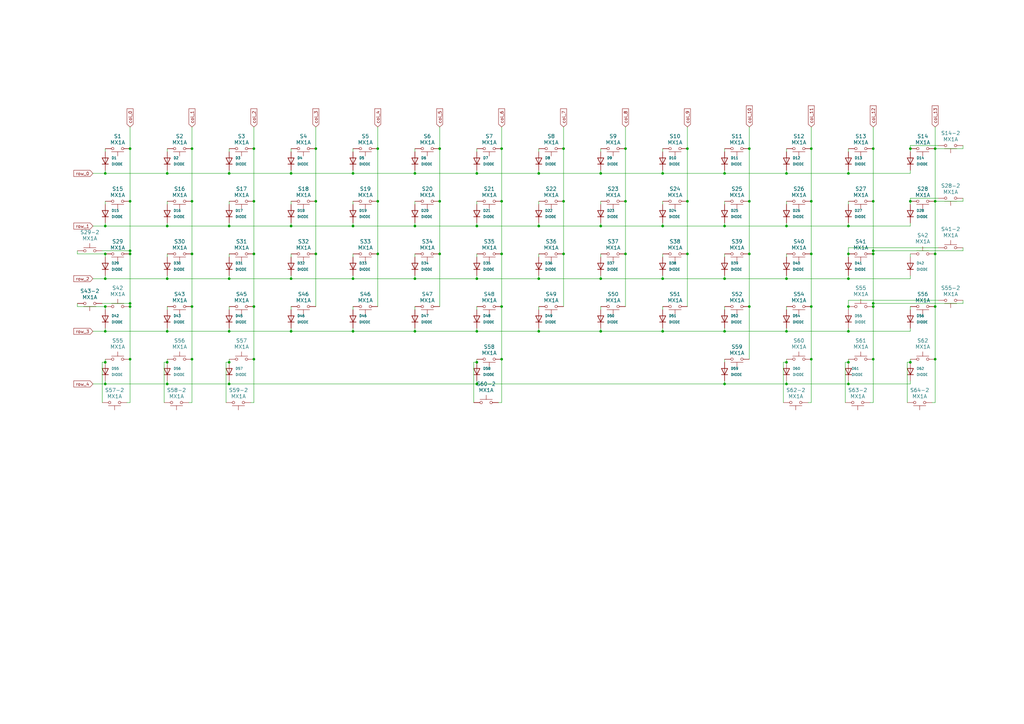
<source format=kicad_sch>
(kicad_sch (version 20231120) (generator "eeschema") (generator_version "8.0")
  (paper "A3")
  (junction (at 322.58 148.59))
  (junction (at 322.58 157.48))
  (junction (at 358.14 124.46))
  (junction (at 68.58 148.59))
  (junction (at 332.74 125.73))
  (junction (at 332.74 60.96))
  (junction (at 347.98 92.71))
  (junction (at 322.58 114.3))
  (junction (at 332.74 104.14))
  (junction (at 43.18 104.14))
  (junction (at 104.14 104.14))
  (junction (at 53.34 104.14))
  (junction (at 297.18 114.3))
  (junction (at 180.34 60.96))
  (junction (at 68.58 71.12))
  (junction (at 154.94 82.55))
  (junction (at 180.34 104.14))
  (junction (at 154.94 104.14))
  (junction (at 297.18 157.48))
  (junction (at 358.14 147.32))
  (junction (at 104.14 125.73))
  (junction (at 383.54 147.32))
  (junction (at 383.54 82.55))
  (junction (at 271.78 135.89))
  (junction (at 119.38 114.3))
  (junction (at 347.98 71.12))
  (junction (at 93.98 92.71))
  (junction (at 170.18 71.12))
  (junction (at 373.38 60.96))
  (junction (at 322.58 71.12))
  (junction (at 43.18 125.73))
  (junction (at 195.58 148.59))
  (junction (at 358.14 60.96))
  (junction (at 358.14 102.87))
  (junction (at 154.94 60.96))
  (junction (at 281.94 82.55))
  (junction (at 43.18 114.3))
  (junction (at 78.74 82.55))
  (junction (at 246.38 71.12))
  (junction (at 281.94 60.96))
  (junction (at 195.58 114.3))
  (junction (at 119.38 135.89))
  (junction (at 307.34 60.96))
  (junction (at 347.98 125.73))
  (junction (at 53.34 102.87))
  (junction (at 205.74 125.73))
  (junction (at 383.54 104.14))
  (junction (at 347.98 135.89))
  (junction (at 347.98 148.59))
  (junction (at 281.94 104.14))
  (junction (at 93.98 135.89))
  (junction (at 195.58 92.71))
  (junction (at 332.74 82.55))
  (junction (at 271.78 71.12))
  (junction (at 358.14 125.73))
  (junction (at 78.74 125.73))
  (junction (at 43.18 157.48))
  (junction (at 322.58 92.71))
  (junction (at 271.78 92.71))
  (junction (at 68.58 114.3))
  (junction (at 246.38 135.89))
  (junction (at 195.58 135.89))
  (junction (at 93.98 114.3))
  (junction (at 297.18 92.71))
  (junction (at 332.74 147.32))
  (junction (at 68.58 92.71))
  (junction (at 256.54 104.14))
  (junction (at 195.58 157.48))
  (junction (at 256.54 82.55))
  (junction (at 271.78 114.3))
  (junction (at 220.98 114.3))
  (junction (at 104.14 82.55))
  (junction (at 43.18 135.89))
  (junction (at 68.58 157.48))
  (junction (at 119.38 92.71))
  (junction (at 205.74 147.32))
  (junction (at 347.98 157.48))
  (junction (at 170.18 92.71))
  (junction (at 53.34 82.55))
  (junction (at 307.34 82.55))
  (junction (at 322.58 135.89))
  (junction (at 307.34 104.14))
  (junction (at 93.98 71.12))
  (junction (at 170.18 135.89))
  (junction (at 129.54 104.14))
  (junction (at 383.54 60.96))
  (junction (at 358.14 82.55))
  (junction (at 373.38 82.55))
  (junction (at 144.78 135.89))
  (junction (at 195.58 71.12))
  (junction (at 358.14 104.14))
  (junction (at 220.98 92.71))
  (junction (at 180.34 82.55))
  (junction (at 307.34 125.73))
  (junction (at 231.14 60.96))
  (junction (at 78.74 147.32))
  (junction (at 170.18 114.3))
  (junction (at 347.98 114.3))
  (junction (at 53.34 125.73))
  (junction (at 43.18 71.12))
  (junction (at 231.14 104.14))
  (junction (at 256.54 60.96))
  (junction (at 383.54 125.73))
  (junction (at 43.18 92.71))
  (junction (at 205.74 60.96))
  (junction (at 297.18 135.89))
  (junction (at 43.18 148.59))
  (junction (at 68.58 135.89))
  (junction (at 93.98 157.48))
  (junction (at 347.98 104.14))
  (junction (at 205.74 82.55))
  (junction (at 144.78 71.12))
  (junction (at 129.54 60.96))
  (junction (at 373.38 148.59))
  (junction (at 104.14 147.32))
  (junction (at 246.38 114.3))
  (junction (at 144.78 92.71))
  (junction (at 93.98 148.59))
  (junction (at 297.18 71.12))
  (junction (at 104.14 60.96))
  (junction (at 129.54 82.55))
  (junction (at 246.38 92.71))
  (junction (at 119.38 71.12))
  (junction (at 53.34 124.46))
  (junction (at 220.98 135.89))
  (junction (at 220.98 71.12))
  (junction (at 53.34 147.32))
  (junction (at 78.74 104.14))
  (junction (at 53.34 60.96))
  (junction (at 231.14 82.55))
  (junction (at 78.74 60.96))
  (junction (at 205.74 104.14))
  (junction (at 144.78 114.3))
  (wire (pts (xy 358.14 102.87) (xy 394.97 102.87)))
  (wire (pts (xy 220.98 135.89) (xy 246.38 135.89)))
  (wire (pts (xy 38.1 71.12) (xy 43.18 71.12)))
  (wire (pts (xy 104.14 147.32) (xy 104.14 165.1)))
  (wire (pts (xy 154.94 60.96) (xy 154.94 82.55)))
  (wire (pts (xy 43.18 104.14) (xy 43.18 105.41)))
  (wire (pts (xy 358.14 124.46) (xy 358.14 125.73)))
  (wire (pts (xy 93.98 82.55) (xy 93.98 83.82)))
  (wire (pts (xy 170.18 134.62) (xy 170.18 135.89)))
  (wire (pts (xy 104.14 60.96) (xy 104.14 82.55)))
  (wire (pts (xy 246.38 71.12) (xy 271.78 71.12)))
  (wire (pts (xy 281.94 104.14) (xy 281.94 125.73)))
  (wire (pts (xy 129.54 52.07) (xy 129.54 60.96)))
  (wire (pts (xy 297.18 157.48) (xy 322.58 157.48)))
  (wire (pts (xy 271.78 60.96) (xy 271.78 62.23)))
  (wire (pts (xy 322.58 157.48) (xy 347.98 157.48)))
  (wire (pts (xy 67.31 165.1) (xy 67.31 148.59)))
  (wire (pts (xy 297.18 60.96) (xy 297.18 62.23)))
  (wire (pts (xy 271.78 135.89) (xy 297.18 135.89)))
  (wire (pts (xy 332.74 82.55) (xy 332.74 104.14)))
  (wire (pts (xy 43.18 157.48) (xy 68.58 157.48)))
  (wire (pts (xy 144.78 91.44) (xy 144.78 92.71)))
  (wire (pts (xy 195.58 125.73) (xy 195.58 127)))
  (wire (pts (xy 358.14 104.14) (xy 358.14 124.46)))
  (wire (pts (xy 53.34 147.32) (xy 53.34 165.1)))
  (wire (pts (xy 170.18 113.03) (xy 170.18 114.3)))
  (wire (pts (xy 384.81 59.69) (xy 373.38 59.69)))
  (wire (pts (xy 373.38 69.85) (xy 373.38 71.12)))
  (wire (pts (xy 347.98 91.44) (xy 347.98 92.71)))
  (wire (pts (xy 297.18 135.89) (xy 322.58 135.89)))
  (wire (pts (xy 170.18 114.3) (xy 195.58 114.3)))
  (wire (pts (xy 347.98 157.48) (xy 373.38 157.48)))
  (wire (pts (xy 205.74 52.07) (xy 205.74 60.96)))
  (wire (pts (xy 358.14 147.32) (xy 358.14 165.1)))
  (wire (pts (xy 78.74 147.32) (xy 78.74 165.1)))
  (wire (pts (xy 53.34 124.46) (xy 53.34 125.73)))
  (wire (pts (xy 297.18 69.85) (xy 297.18 71.12)))
  (wire (pts (xy 195.58 147.32) (xy 195.58 148.59)))
  (wire (pts (xy 347.98 104.14) (xy 347.98 105.41)))
  (wire (pts (xy 43.18 69.85) (xy 43.18 71.12)))
  (wire (pts (xy 52.07 165.1) (xy 53.34 165.1)))
  (wire (pts (xy 358.14 52.07) (xy 358.14 60.96)))
  (wire (pts (xy 78.74 104.14) (xy 78.74 125.73)))
  (wire (pts (xy 92.71 148.59) (xy 93.98 148.59)))
  (wire (pts (xy 281.94 82.55) (xy 281.94 104.14)))
  (wire (pts (xy 347.98 156.21) (xy 347.98 157.48)))
  (wire (pts (xy 68.58 147.32) (xy 68.58 148.59)))
  (wire (pts (xy 68.58 91.44) (xy 68.58 92.71)))
  (wire (pts (xy 231.14 52.07) (xy 231.14 60.96)))
  (wire (pts (xy 104.14 82.55) (xy 104.14 104.14)))
  (wire (pts (xy 322.58 92.71) (xy 347.98 92.71)))
  (wire (pts (xy 68.58 114.3) (xy 93.98 114.3)))
  (wire (pts (xy 246.38 125.73) (xy 246.38 127)))
  (wire (pts (xy 195.58 156.21) (xy 195.58 157.48)))
  (wire (pts (xy 220.98 60.96) (xy 220.98 62.23)))
  (wire (pts (xy 384.81 101.6) (xy 347.98 101.6)))
  (wire (pts (xy 144.78 125.73) (xy 144.78 127)))
  (wire (pts (xy 373.38 82.55) (xy 373.38 83.82)))
  (wire (pts (xy 347.98 69.85) (xy 347.98 71.12)))
  (wire (pts (xy 297.18 125.73) (xy 297.18 127)))
  (wire (pts (xy 195.58 71.12) (xy 220.98 71.12)))
  (wire (pts (xy 205.74 147.32) (xy 205.74 165.1)))
  (wire (pts (xy 43.18 114.3) (xy 68.58 114.3)))
  (wire (pts (xy 68.58 113.03) (xy 68.58 114.3)))
  (wire (pts (xy 271.78 125.73) (xy 271.78 127)))
  (wire (pts (xy 322.58 104.14) (xy 322.58 105.41)))
  (wire (pts (xy 322.58 91.44) (xy 322.58 92.71)))
  (wire (pts (xy 154.94 82.55) (xy 154.94 104.14)))
  (wire (pts (xy 297.18 104.14) (xy 297.18 105.41)))
  (wire (pts (xy 68.58 104.14) (xy 68.58 105.41)))
  (wire (pts (xy 220.98 71.12) (xy 246.38 71.12)))
  (wire (pts (xy 68.58 82.55) (xy 68.58 83.82)))
  (wire (pts (xy 195.58 92.71) (xy 220.98 92.71)))
  (wire (pts (xy 205.74 104.14) (xy 205.74 125.73)))
  (wire (pts (xy 194.31 148.59) (xy 195.58 148.59)))
  (wire (pts (xy 43.18 135.89) (xy 68.58 135.89)))
  (wire (pts (xy 93.98 134.62) (xy 93.98 135.89)))
  (wire (pts (xy 220.98 104.14) (xy 220.98 105.41)))
  (wire (pts (xy 195.58 69.85) (xy 195.58 71.12)))
  (wire (pts (xy 129.54 104.14) (xy 129.54 125.73)))
  (wire (pts (xy 373.38 92.71) (xy 347.98 92.71)))
  (wire (pts (xy 205.74 82.55) (xy 205.74 104.14)))
  (wire (pts (xy 322.58 135.89) (xy 347.98 135.89)))
  (wire (pts (xy 205.74 60.96) (xy 205.74 82.55)))
  (wire (pts (xy 246.38 91.44) (xy 246.38 92.71)))
  (wire (pts (xy 43.18 71.12) (xy 68.58 71.12)))
  (wire (pts (xy 38.1 157.48) (xy 43.18 157.48)))
  (wire (pts (xy 307.34 52.07) (xy 307.34 60.96)))
  (wire (pts (xy 195.58 104.14) (xy 195.58 105.41)))
  (wire (pts (xy 347.98 114.3) (xy 373.38 114.3)))
  (wire (pts (xy 53.34 82.55) (xy 53.34 102.87)))
  (wire (pts (xy 346.71 165.1) (xy 346.71 148.59)))
  (wire (pts (xy 195.58 134.62) (xy 195.58 135.89)))
  (wire (pts (xy 129.54 60.96) (xy 129.54 82.55)))
  (wire (pts (xy 119.38 125.73) (xy 119.38 127)))
  (wire (pts (xy 78.74 125.73) (xy 78.74 147.32)))
  (wire (pts (xy 347.98 101.6) (xy 347.98 104.14)))
  (wire (pts (xy 41.91 102.87) (xy 53.34 102.87)))
  (wire (pts (xy 231.14 82.55) (xy 231.14 104.14)))
  (wire (pts (xy 93.98 71.12) (xy 119.38 71.12)))
  (wire (pts (xy 394.97 101.6) (xy 394.97 102.87)))
  (wire (pts (xy 246.38 69.85) (xy 246.38 71.12)))
  (wire (pts (xy 322.58 82.55) (xy 322.58 83.82)))
  (wire (pts (xy 170.18 60.96) (xy 170.18 62.23)))
  (wire (pts (xy 358.14 124.46) (xy 394.97 124.46)))
  (wire (pts (xy 347.98 125.73) (xy 347.98 127)))
  (wire (pts (xy 246.38 104.14) (xy 246.38 105.41)))
  (wire (pts (xy 93.98 135.89) (xy 119.38 135.89)))
  (wire (pts (xy 382.27 165.1) (xy 383.54 165.1)))
  (wire (pts (xy 347.98 147.32) (xy 347.98 148.59)))
  (wire (pts (xy 144.78 134.62) (xy 144.78 135.89)))
  (wire (pts (xy 43.18 147.32) (xy 43.18 148.59)))
  (wire (pts (xy 119.38 69.85) (xy 119.38 71.12)))
  (wire (pts (xy 297.18 134.62) (xy 297.18 135.89)))
  (wire (pts (xy 195.58 60.96) (xy 195.58 62.23)))
  (wire (pts (xy 41.91 124.46) (xy 53.34 124.46)))
  (wire (pts (xy 246.38 60.96) (xy 246.38 62.23)))
  (wire (pts (xy 170.18 135.89) (xy 195.58 135.89)))
  (wire (pts (xy 271.78 82.55) (xy 271.78 83.82)))
  (wire (pts (xy 281.94 52.07) (xy 281.94 60.96)))
  (wire (pts (xy 271.78 114.3) (xy 297.18 114.3)))
  (wire (pts (xy 170.18 125.73) (xy 170.18 127)))
  (wire (pts (xy 144.78 113.03) (xy 144.78 114.3)))
  (wire (pts (xy 331.47 165.1) (xy 332.74 165.1)))
  (wire (pts (xy 322.58 156.21) (xy 322.58 157.48)))
  (wire (pts (xy 204.47 165.1) (xy 205.74 165.1)))
  (wire (pts (xy 144.78 104.14) (xy 144.78 105.41)))
  (wire (pts (xy 347.98 134.62) (xy 347.98 135.89)))
  (wire (pts (xy 104.14 125.73) (xy 104.14 147.32)))
  (wire (pts (xy 307.34 125.73) (xy 307.34 147.32)))
  (wire (pts (xy 220.98 134.62) (xy 220.98 135.89)))
  (wire (pts (xy 119.38 91.44) (xy 119.38 92.71)))
  (wire (pts (xy 93.98 91.44) (xy 93.98 92.71)))
  (wire (pts (xy 246.38 135.89) (xy 271.78 135.89)))
  (wire (pts (xy 297.18 114.3) (xy 322.58 114.3)))
  (wire (pts (xy 332.74 60.96) (xy 332.74 82.55)))
  (wire (pts (xy 104.14 104.14) (xy 104.14 125.73)))
  (wire (pts (xy 373.38 60.96) (xy 373.38 62.23)))
  (wire (pts (xy 297.18 156.21) (xy 297.18 157.48)))
  (wire (pts (xy 31.75 104.14) (xy 43.18 104.14)))
  (wire (pts (xy 68.58 125.73) (xy 68.58 127)))
  (wire (pts (xy 43.18 92.71) (xy 68.58 92.71)))
  (wire (pts (xy 43.18 91.44) (xy 43.18 92.71)))
  (wire (pts (xy 78.74 52.07) (xy 78.74 60.96)))
  (wire (pts (xy 347.98 113.03) (xy 347.98 114.3)))
  (wire (pts (xy 144.78 114.3) (xy 170.18 114.3)))
  (wire (pts (xy 347.98 82.55) (xy 347.98 83.82)))
  (wire (pts (xy 93.98 60.96) (xy 93.98 62.23)))
  (wire (pts (xy 220.98 91.44) (xy 220.98 92.71)))
  (wire (pts (xy 180.34 52.07) (xy 180.34 60.96)))
  (wire (pts (xy 373.38 91.44) (xy 373.38 92.71)))
  (wire (pts (xy 271.78 113.03) (xy 271.78 114.3)))
  (wire (pts (xy 322.58 114.3) (xy 347.98 114.3)))
  (wire (pts (xy 144.78 82.55) (xy 144.78 83.82)))
  (wire (pts (xy 394.97 123.19) (xy 394.97 124.46)))
  (wire (pts (xy 372.11 165.1) (xy 372.11 148.59)))
  (wire (pts (xy 347.98 123.19) (xy 347.98 125.73)))
  (wire (pts (xy 394.97 81.28) (xy 394.97 82.55)))
  (wire (pts (xy 195.58 91.44) (xy 195.58 92.71)))
  (wire (pts (xy 322.58 113.03) (xy 322.58 114.3)))
  (wire (pts (xy 195.58 135.89) (xy 220.98 135.89)))
  (wire (pts (xy 383.54 60.96) (xy 383.54 82.55)))
  (wire (pts (xy 220.98 113.03) (xy 220.98 114.3)))
  (wire (pts (xy 129.54 82.55) (xy 129.54 104.14)))
  (wire (pts (xy 297.18 71.12) (xy 322.58 71.12)))
  (wire (pts (xy 322.58 147.32) (xy 322.58 148.59)))
  (wire (pts (xy 220.98 114.3) (xy 246.38 114.3)))
  (wire (pts (xy 92.71 165.1) (xy 92.71 148.59)))
  (wire (pts (xy 170.18 92.71) (xy 195.58 92.71)))
  (wire (pts (xy 102.87 165.1) (xy 104.14 165.1)))
  (wire (pts (xy 346.71 148.59) (xy 347.98 148.59)))
  (wire (pts (xy 384.81 81.28) (xy 373.38 81.28)))
  (wire (pts (xy 93.98 157.48) (xy 195.58 157.48)))
  (wire (pts (xy 332.74 147.32) (xy 332.74 165.1)))
  (wire (pts (xy 281.94 60.96) (xy 281.94 82.55)))
  (wire (pts (xy 271.78 92.71) (xy 297.18 92.71)))
  (wire (pts (xy 119.38 114.3) (xy 144.78 114.3)))
  (wire (pts (xy 246.38 92.71) (xy 271.78 92.71)))
  (wire (pts (xy 68.58 157.48) (xy 93.98 157.48)))
  (wire (pts (xy 93.98 125.73) (xy 93.98 127)))
  (wire (pts (xy 394.97 59.69) (xy 394.97 60.96)))
  (wire (pts (xy 43.18 134.62) (xy 43.18 135.89)))
  (wire (pts (xy 31.75 125.73) (xy 43.18 125.73)))
  (wire (pts (xy 271.78 69.85) (xy 271.78 71.12)))
  (wire (pts (xy 68.58 134.62) (xy 68.58 135.89)))
  (wire (pts (xy 383.54 104.14) (xy 383.54 125.73)))
  (wire (pts (xy 271.78 134.62) (xy 271.78 135.89)))
  (wire (pts (xy 67.31 148.59) (xy 68.58 148.59)))
  (wire (pts (xy 205.74 125.73) (xy 205.74 147.32)))
  (wire (pts (xy 256.54 60.96) (xy 256.54 82.55)))
  (wire (pts (xy 68.58 92.71) (xy 93.98 92.71)))
  (wire (pts (xy 384.81 123.19) (xy 347.98 123.19)))
  (wire (pts (xy 373.38 125.73) (xy 373.38 127)))
  (wire (pts (xy 373.38 134.62) (xy 373.38 135.89)))
  (wire (pts (xy 322.58 60.96) (xy 322.58 62.23)))
  (wire (pts (xy 43.18 125.73) (xy 43.18 127)))
  (wire (pts (xy 77.47 165.1) (xy 78.74 165.1)))
  (wire (pts (xy 119.38 71.12) (xy 144.78 71.12)))
  (wire (pts (xy 119.38 82.55) (xy 119.38 83.82)))
  (wire (pts (xy 322.58 69.85) (xy 322.58 71.12)))
  (wire (pts (xy 180.34 60.96) (xy 180.34 82.55)))
  (wire (pts (xy 119.38 92.71) (xy 144.78 92.71)))
  (wire (pts (xy 220.98 92.71) (xy 246.38 92.71)))
  (wire (pts (xy 332.74 104.14) (xy 332.74 125.73)))
  (wire (pts (xy 119.38 60.96) (xy 119.38 62.23)))
  (wire (pts (xy 307.34 104.14) (xy 307.34 125.73)))
  (wire (pts (xy 332.74 125.73) (xy 332.74 147.32)))
  (wire (pts (xy 195.58 82.55) (xy 195.58 83.82)))
  (wire (pts (xy 41.91 148.59) (xy 43.18 148.59)))
  (wire (pts (xy 321.31 148.59) (xy 322.58 148.59)))
  (wire (pts (xy 170.18 91.44) (xy 170.18 92.71)))
  (wire (pts (xy 322.58 134.62) (xy 322.58 135.89)))
  (wire (pts (xy 307.34 60.96) (xy 307.34 82.55)))
  (wire (pts (xy 93.98 104.14) (xy 93.98 105.41)))
  (wire (pts (xy 220.98 82.55) (xy 220.98 83.82)))
  (wire (pts (xy 180.34 104.14) (xy 180.34 125.73)))
  (wire (pts (xy 170.18 104.14) (xy 170.18 105.41)))
  (wire (pts (xy 347.98 135.89) (xy 373.38 135.89)))
  (wire (pts (xy 170.18 69.85) (xy 170.18 71.12)))
  (wire (pts (xy 383.54 125.73) (xy 383.54 147.32)))
  (wire (pts (xy 246.38 82.55) (xy 246.38 83.82)))
  (wire (pts (xy 43.18 156.21) (xy 43.18 157.48)))
  (wire (pts (xy 271.78 71.12) (xy 297.18 71.12)))
  (wire (pts (xy 93.98 113.03) (xy 93.98 114.3)))
  (wire (pts (xy 383.54 60.96) (xy 394.97 60.96)))
  (wire (pts (xy 68.58 156.21) (xy 68.58 157.48)))
  (wire (pts (xy 195.58 113.03) (xy 195.58 114.3)))
  (wire (pts (xy 119.38 135.89) (xy 144.78 135.89)))
  (wire (pts (xy 373.38 113.03) (xy 373.38 114.3)))
  (wire (pts (xy 373.38 59.69) (xy 373.38 60.96)))
  (wire (pts (xy 68.58 135.89) (xy 93.98 135.89)))
  (wire (pts (xy 31.75 102.87) (xy 31.75 104.14)))
  (wire (pts (xy 78.74 60.96) (xy 78.74 82.55)))
  (wire (pts (xy 246.38 113.03) (xy 246.38 114.3)))
  (wire (pts (xy 119.38 104.14) (xy 119.38 105.41)))
  (wire (pts (xy 154.94 52.07) (xy 154.94 60.96)))
  (wire (pts (xy 68.58 71.12) (xy 93.98 71.12)))
  (wire (pts (xy 358.14 102.87) (xy 358.14 104.14)))
  (wire (pts (xy 195.58 157.48) (xy 297.18 157.48)))
  (wire (pts (xy 297.18 82.55) (xy 297.18 83.82)))
  (wire (pts (xy 93.98 156.21) (xy 93.98 157.48)))
  (wire (pts (xy 256.54 52.07) (xy 256.54 60.96)))
  (wire (pts (xy 170.18 71.12) (xy 195.58 71.12)))
  (wire (pts (xy 43.18 60.96) (xy 43.18 62.23)))
  (wire (pts (xy 372.11 148.59) (xy 373.38 148.59)))
  (wire (pts (xy 144.78 69.85) (xy 144.78 71.12)))
  (wire (pts (xy 373.38 104.14) (xy 373.38 105.41)))
  (wire (pts (xy 38.1 92.71) (xy 43.18 92.71)))
  (wire (pts (xy 53.34 60.96) (xy 53.34 82.55)))
  (wire (pts (xy 358.14 60.96) (xy 358.14 82.55)))
  (wire (pts (xy 322.58 125.73) (xy 322.58 127)))
  (wire (pts (xy 322.58 71.12) (xy 347.98 71.12)))
  (wire (pts (xy 347.98 71.12) (xy 373.38 71.12)))
  (wire (pts (xy 41.91 165.1) (xy 41.91 148.59)))
  (wire (pts (xy 246.38 114.3) (xy 271.78 114.3)))
  (wire (pts (xy 144.78 135.89) (xy 170.18 135.89)))
  (wire (pts (xy 93.98 114.3) (xy 119.38 114.3)))
  (wire (pts (xy 297.18 92.71) (xy 322.58 92.71)))
  (wire (pts (xy 307.34 82.55) (xy 307.34 104.14)))
  (wire (pts (xy 256.54 82.55) (xy 256.54 104.14)))
  (wire (pts (xy 144.78 60.96) (xy 144.78 62.23)))
  (wire (pts (xy 119.38 113.03) (xy 119.38 114.3)))
  (wire (pts (xy 220.98 69.85) (xy 220.98 71.12)))
  (wire (pts (xy 78.74 82.55) (xy 78.74 104.14)))
  (wire (pts (xy 53.34 52.07) (xy 53.34 60.96)))
  (wire (pts (xy 194.31 165.1) (xy 194.31 148.59)))
  (wire (pts (xy 31.75 124.46) (xy 31.75 125.73)))
  (wire (pts (xy 256.54 104.14) (xy 256.54 125.73)))
  (wire (pts (xy 93.98 147.32) (xy 93.98 148.59)))
  (wire (pts (xy 104.14 52.07) (xy 104.14 60.96)))
  (wire (pts (xy 297.18 147.32) (xy 297.18 148.59)))
  (wire (pts (xy 93.98 92.71) (xy 119.38 92.71)))
  (wire (pts (xy 347.98 60.96) (xy 347.98 62.23)))
  (wire (pts (xy 383.54 82.55) (xy 394.97 82.55)))
  (wire (pts (xy 358.14 82.55) (xy 358.14 102.87)))
  (wire (pts (xy 373.38 81.28) (xy 373.38 82.55)))
  (wire (pts (xy 220.98 125.73) (xy 220.98 127)))
  (wire (pts (xy 297.18 113.03) (xy 297.18 114.3)))
  (wire (pts (xy 68.58 60.96) (xy 68.58 62.23)))
  (wire (pts (xy 231.14 104.14) (xy 231.14 125.73)))
  (wire (pts (xy 170.18 82.55) (xy 170.18 83.82)))
  (wire (pts (xy 332.74 52.07) (xy 332.74 60.96)))
  (wire (pts (xy 180.34 82.55) (xy 180.34 104.14)))
  (wire (pts (xy 231.14 60.96) (xy 231.14 82.55)))
  (wire (pts (xy 154.94 104.14) (xy 154.94 125.73)))
  (wire (pts (xy 119.38 134.62) (xy 119.38 135.89)))
  (wire (pts (xy 383.54 52.07) (xy 383.54 60.96)))
  (wire (pts (xy 38.1 114.3) (xy 43.18 114.3)))
  (wire (pts (xy 53.34 102.87) (xy 53.34 104.14)))
  (wire (pts (xy 383.54 82.55) (xy 383.54 104.14)))
  (wire (pts (xy 271.78 104.14) (xy 271.78 105.41)))
  (wire (pts (xy 53.34 104.14) (xy 53.34 124.46)))
  (wire (pts (xy 373.38 156.21) (xy 373.38 157.48)))
  (wire (pts (xy 297.18 91.44) (xy 297.18 92.71)))
  (wire (pts (xy 195.58 114.3) (xy 220.98 114.3)))
  (wire (pts (xy 43.18 113.03) (xy 43.18 114.3)))
  (wire (pts (xy 144.78 92.71) (xy 170.18 92.71)))
  (wire (pts (xy 321.31 165.1) (xy 321.31 148.59)))
  (wire (pts (xy 53.34 125.73) (xy 53.34 147.32)))
  (wire (pts (xy 93.98 69.85) (xy 93.98 71.12)))
  (wire (pts (xy 246.38 134.62) (xy 246.38 135.89)))
  (wire (pts (xy 271.78 91.44) (xy 271.78 92.71)))
  (wire (pts (xy 43.18 82.55) (xy 43.18 83.82)))
  (wire (pts (xy 373.38 147.32) (xy 373.38 148.59)))
  (wire (pts (xy 144.78 71.12) (xy 170.18 71.12)))
  (wire (pts (xy 38.1 135.89) (xy 43.18 135.89)))
  (wire (pts (xy 68.58 69.85) (xy 68.58 71.12)))
  (wire (pts (xy 358.14 125.73) (xy 358.14 147.32)))
  (wire (pts (xy 383.54 147.32) (xy 383.54 165.1)))
  (wire (pts (xy 356.87 165.1) (xy 358.14 165.1)))
  (global_label "row_0" (shape input) (at 38.1 71.12 180) (property "Intersheetrefs" "${INTERSHEET_REFS}" (effects (hide yes))))
  (global_label "col_4" (shape input) (at 154.94 52.07 90) (property "Intersheetrefs" "${INTERSHEET_REFS}" (effects (hide yes))))
  (global_label "col_5" (shape input) (at 180.34 52.07 90) (property "Intersheetrefs" "${INTERSHEET_REFS}" (effects (hide yes))))
  (global_label "col_0" (shape input) (at 53.34 52.07 90) (property "Intersheetrefs" "${INTERSHEET_REFS}" (effects (hide yes))))
  (global_label "col_1" (shape input) (at 78.74 52.07 90) (property "Intersheetrefs" "${INTERSHEET_REFS}" (effects (hide yes))))
  (global_label "col_11" (shape input) (at 332.74 52.07 90) (property "Intersheetrefs" "${INTERSHEET_REFS}" (effects (hide yes))))
  (global_label "row_2" (shape input) (at 38.1 114.3 180) (property "Intersheetrefs" "${INTERSHEET_REFS}" (effects (hide yes))))
  (global_label "col_2" (shape input) (at 104.14 52.07 90) (property "Intersheetrefs" "${INTERSHEET_REFS}" (effects (hide yes))))
  (global_label "col_10" (shape input) (at 307.34 52.07 90) (property "Intersheetrefs" "${INTERSHEET_REFS}" (effects (hide yes))))
  (global_label "col_13" (shape input) (at 383.54 52.07 90) (property "Intersheetrefs" "${INTERSHEET_REFS}" (effects (hide yes))))
  (global_label "col_3" (shape input) (at 129.54 52.07 90) (property "Intersheetrefs" "${INTERSHEET_REFS}" (effects (hide yes))))
  (global_label "col_6" (shape input) (at 205.74 52.07 90) (property "Intersheetrefs" "${INTERSHEET_REFS}" (effects (hide yes))))
  (global_label "col_9" (shape input) (at 281.94 52.07 90) (property "Intersheetrefs" "${INTERSHEET_REFS}" (effects (hide yes))))
  (global_label "col_12" (shape input) (at 358.14 52.07 90) (property "Intersheetrefs" "${INTERSHEET_REFS}" (effects (hide yes))))
  (global_label "row_1" (shape input) (at 38.1 92.71 180) (property "Intersheetrefs" "${INTERSHEET_REFS}" (effects (hide yes))))
  (global_label "row_4" (shape input) (at 38.1 157.48 180) (property "Intersheetrefs" "${INTERSHEET_REFS}" (effects (hide yes))))
  (global_label "col_8" (shape input) (at 256.54 52.07 90) (property "Intersheetrefs" "${INTERSHEET_REFS}" (effects (hide yes))))
  (global_label "col_7" (shape input) (at 231.14 52.07 90) (property "Intersheetrefs" "${INTERSHEET_REFS}" (effects (hide yes))))
  (global_label "row_3" (shape input) (at 38.1 135.89 180) (property "Intersheetrefs" "${INTERSHEET_REFS}" (effects (hide yes))))
  (symbol (lib_id "Device:D") (at 144.78 109.22 90) (unit 1)
    (property "Reference" "D33" (at 147.32 107.9499 90) (effects (font (size 1.016 1.016)) (justify right)))
    (property "Value" "DIODE" (at 147.32 110.4899 90) (effects (font (size 1.016 1.016)) (justify right)))
    (property "Footprint" "Diode_SMD:D_SOD-123" (effects (hide yes)))
    (property "Description" "Diode" (effects (hide yes)))
    (property "Sim.Device" "D" (effects (hide yes)))
    (property "Sim.Pins" "1=K 2=A" (effects (hide yes)))
  )
  (symbol (lib_id "Device:D") (at 246.38 66.04 90) (unit 1)
    (property "Reference" "D9" (at 248.92 64.7699 90) (effects (font (size 1.016 1.016)) (justify right)))
    (property "Value" "DIODE" (at 248.92 67.3099 90) (effects (font (size 1.016 1.016)) (justify right)))
    (property "Footprint" "Diode_SMD:D_SOD-123" (effects (hide yes)))
    (property "Description" "Diode" (effects (hide yes)))
    (property "Sim.Device" "D" (effects (hide yes)))
    (property "Sim.Pins" "1=K 2=A" (effects (hide yes)))
  )
  (symbol (lib_id "Device:D") (at 373.38 152.4 90) (unit 1)
    (property "Reference" "D62" (at 375.92 151.1299 90) (effects (font (size 1.016 1.016)) (justify right)))
    (property "Value" "DIODE" (at 375.92 153.6699 90) (effects (font (size 1.016 1.016)) (justify right)))
    (property "Footprint" "Diode_SMD:D_SOD-123" (effects (hide yes)))
    (property "Description" "Diode" (effects (hide yes)))
    (property "Sim.Device" "D" (effects (hide yes)))
    (property "Sim.Pins" "1=K 2=A" (effects (hide yes)))
    (instances (project "PH60" (path "" (reference "D62") (unit 1))) (project "PH60" (path "" (reference "D64") (unit 1))))
  )
  (symbol (lib_id "Device:D") (at 373.38 66.04 90) (unit 1)
    (property "Reference" "D14" (at 375.92 64.7699 90) (effects (font (size 1.016 1.016)) (justify right)))
    (property "Value" "DIODE" (at 375.92 67.3099 90) (effects (font (size 1.016 1.016)) (justify right)))
    (property "Footprint" "Diode_SMD:D_SOD-123" (effects (hide yes)))
    (property "Description" "Diode" (effects (hide yes)))
    (property "Sim.Device" "D" (effects (hide yes)))
    (property "Sim.Pins" "1=K 2=A" (effects (hide yes)))
  )
  (symbol (lib_id "Switch:SW_Push") (at 251.46 60.96 0) (mirror x) (unit 1)
    (property "Reference" "S9" (at 251.46 55.88 0) (effects (font (size 1.524 1.524))))
    (property "Value" "MX1A" (at 251.46 58.42 0) (effects (font (size 1.524 1.524))))
    (property "Footprint" "PCM_Switch_Keyboard_Hotswap_Kailh:SW_Hotswap_Kailh_MX_Plated_1.00u" (effects (hide yes)))
    (property "Description" "Push button switch, generic, two pins" (effects (hide yes)))
  )
  (symbol (lib_id "Switch:SW_Push") (at 149.86 125.73 0) (mirror x) (unit 1)
    (property "Reference" "S46" (at 149.86 120.65 0) (effects (font (size 1.524 1.524))))
    (property "Value" "MX1A" (at 149.86 123.19 0) (effects (font (size 1.524 1.524))))
    (property "Footprint" "PCM_Switch_Keyboard_Hotswap_Kailh:SW_Hotswap_Kailh_MX_Plated_1.00u" (effects (hide yes)))
    (property "Description" "Push button switch, generic, two pins" (effects (hide yes)))
    (instances (project "PH60" (path "" (reference "S46") (unit 1))) (project "PH60" (path "" (reference "S47") (unit 1))))
  )
  (symbol (lib_id "Device:D") (at 68.58 152.4 90) (unit 1)
    (property "Reference" "D56" (at 71.12 151.1299 90) (effects (font (size 1.016 1.016)) (justify right)))
    (property "Value" "DIODE" (at 71.12 153.6699 90) (effects (font (size 1.016 1.016)) (justify right)))
    (property "Footprint" "Diode_SMD:D_SOD-123" (effects (hide yes)))
    (property "Description" "Diode" (effects (hide yes)))
    (property "Sim.Device" "D" (effects (hide yes)))
    (property "Sim.Pins" "1=K 2=A" (effects (hide yes)))
    (instances (project "PH60" (path "" (reference "D56") (unit 1))) (project "PH60" (path "" (reference "D58") (unit 1))))
  )
  (symbol (lib_id "Switch:SW_Push") (at 378.46 60.96 0) (mirror x) (unit 1)
    (property "Reference" "S14" (at 378.46 55.88 0) (effects (font (size 1.524 1.524))))
    (property "Value" "MX1A" (at 378.46 58.42 0) (effects (font (size 1.524 1.524))))
    (property "Footprint" "PCM_Switch_Keyboard_Hotswap_Kailh:SW_Hotswap_Kailh_MX_Plated_2.00u" (effects (hide yes)))
    (property "Description" "Push button switch, generic, two pins" (effects (hide yes)))
  )
  (symbol (lib_id "Switch:SW_Push") (at 73.66 60.96 0) (mirror x) (unit 1)
    (property "Reference" "S2" (at 73.66 55.88 0) (effects (font (size 1.524 1.524))))
    (property "Value" "MX1A" (at 73.66 58.42 0) (effects (font (size 1.524 1.524))))
    (property "Footprint" "PCM_Switch_Keyboard_Hotswap_Kailh:SW_Hotswap_Kailh_MX_Plated_1.00u" (effects (hide yes)))
    (property "Description" "Push button switch, generic, two pins" (effects (hide yes)))
  )
  (symbol (lib_id "Device:D") (at 68.58 130.81 90) (unit 1)
    (property "Reference" "D43" (at 71.12 129.5399 90) (effects (font (size 1.016 1.016)) (justify right)))
    (property "Value" "DIODE" (at 71.12 132.0799 90) (effects (font (size 1.016 1.016)) (justify right)))
    (property "Footprint" "Diode_SMD:D_SOD-123" (effects (hide yes)))
    (property "Description" "Diode" (effects (hide yes)))
    (property "Sim.Device" "D" (effects (hide yes)))
    (property "Sim.Pins" "1=K 2=A" (effects (hide yes)))
    (instances (project "PH60" (path "" (reference "D43") (unit 1))) (project "PH60" (path "" (reference "D44") (unit 1))))
  )
  (symbol (lib_id "Switch:SW_Push") (at 200.66 60.96 0) (mirror x) (unit 1)
    (property "Reference" "S7" (at 200.66 55.88 0) (effects (font (size 1.524 1.524))))
    (property "Value" "MX1A" (at 200.66 58.42 0) (effects (font (size 1.524 1.524))))
    (property "Footprint" "PCM_Switch_Keyboard_Hotswap_Kailh:SW_Hotswap_Kailh_MX_Plated_1.00u" (effects (hide yes)))
    (property "Description" "Push button switch, generic, two pins" (effects (hide yes)))
  )
  (symbol (lib_id "Device:D") (at 43.18 130.81 90) (unit 1)
    (property "Reference" "D42" (at 45.72 129.5399 90) (effects (font (size 1.016 1.016)) (justify right)))
    (property "Value" "DIODE" (at 45.72 132.0799 90) (effects (font (size 1.016 1.016)) (justify right)))
    (property "Footprint" "Diode_SMD:D_SOD-123" (effects (hide yes)))
    (property "Description" "Diode" (effects (hide yes)))
    (property "Sim.Device" "D" (effects (hide yes)))
    (property "Sim.Pins" "1=K 2=A" (effects (hide yes)))
    (instances (project "PH60" (path "" (reference "D42") (unit 1))) (project "PH60" (path "" (reference "D43") (unit 1))))
  )
  (symbol (lib_id "Switch:SW_Push") (at 73.66 82.55 0) (mirror x) (unit 1)
    (property "Reference" "S16" (at 73.66 77.47 0) (effects (font (size 1.524 1.524))))
    (property "Value" "MX1A" (at 73.66 80.01 0) (effects (font (size 1.524 1.524))))
    (property "Footprint" "PCM_Switch_Keyboard_Hotswap_Kailh:SW_Hotswap_Kailh_MX_Plated_1.00u" (effects (hide yes)))
    (property "Description" "Push button switch, generic, two pins" (effects (hide yes)))
  )
  (symbol (lib_id "Switch:SW_Push") (at 389.89 123.19 0) (mirror x) (unit 1)
    (property "Reference" "S55-2" (at 389.89 118.11 0) (effects (font (size 1.524 1.524))))
    (property "Value" "MX1A" (at 389.89 120.65 0) (effects (font (size 1.524 1.524))))
    (property "Footprint" "PCM_Switch_Keyboard_Hotswap_Kailh:SW_Hotswap_Kailh_MX_Plated_2.75u" (effects (hide yes)))
    (property "Description" "Push button switch, generic, two pins" (effects (hide yes)))
  )
  (symbol (lib_id "Switch:SW_Push") (at 389.89 59.69 0) (mirror x) (unit 1)
    (property "Reference" "S14-2" (at 389.89 54.61 0) (effects (font (size 1.524 1.524))))
    (property "Value" "MX1A" (at 389.89 57.15 0) (effects (font (size 1.524 1.524))))
    (property "Footprint" "PCM_Switch_Keyboard_Hotswap_Kailh:SW_Hotswap_Kailh_MX_Plated_1.00u" (effects (hide yes)))
    (property "Description" "Push button switch, generic, two pins" (effects (hide yes)))
  )
  (symbol (lib_id "Device:D") (at 322.58 152.4 90) (unit 1)
    (property "Reference" "D60" (at 325.12 151.1299 90) (effects (font (size 1.016 1.016)) (justify right)))
    (property "Value" "DIODE" (at 325.12 153.6699 90) (effects (font (size 1.016 1.016)) (justify right)))
    (property "Footprint" "Diode_SMD:D_SOD-123" (effects (hide yes)))
    (property "Description" "Diode" (effects (hide yes)))
    (property "Sim.Device" "D" (effects (hide yes)))
    (property "Sim.Pins" "1=K 2=A" (effects (hide yes)))
    (instances (project "PH60" (path "" (reference "D60") (unit 1))) (project "PH60" (path "" (reference "D62") (unit 1))))
  )
  (symbol (lib_id "Device:D") (at 195.58 152.4 90) (unit 1)
    (property "Reference" "D58" (at 198.12 151.1299 90) (effects (font (size 1.016 1.016)) (justify right)))
    (property "Value" "DIODE" (at 198.12 153.6699 90) (effects (font (size 1.016 1.016)) (justify right)))
    (property "Footprint" "Diode_SMD:D_SOD-123" (effects (hide yes)))
    (property "Description" "Diode" (effects (hide yes)))
    (property "Sim.Device" "D" (effects (hide yes)))
    (property "Sim.Pins" "1=K 2=A" (effects (hide yes)))
    (instances (project "PH60" (path "" (reference "D58") (unit 1))) (project "PH60" (path "" (reference "D60") (unit 1))))
  )
  (symbol (lib_id "Switch:SW_Push") (at 327.66 104.14 0) (mirror x) (unit 1)
    (property "Reference" "S40" (at 327.66 99.06 0) (effects (font (size 1.524 1.524))))
    (property "Value" "MX1A" (at 327.66 101.6 0) (effects (font (size 1.524 1.524))))
    (property "Footprint" "PCM_Switch_Keyboard_Hotswap_Kailh:SW_Hotswap_Kailh_MX_Plated_1.00u" (effects (hide yes)))
    (property "Description" "Push button switch, generic, two pins" (effects (hide yes)))
  )
  (symbol (lib_id "Device:D") (at 271.78 130.81 90) (unit 1)
    (property "Reference" "D51" (at 274.32 129.5399 90) (effects (font (size 1.016 1.016)) (justify right)))
    (property "Value" "DIODE" (at 274.32 132.0799 90) (effects (font (size 1.016 1.016)) (justify right)))
    (property "Footprint" "Diode_SMD:D_SOD-123" (effects (hide yes)))
    (property "Description" "Diode" (effects (hide yes)))
    (property "Sim.Device" "D" (effects (hide yes)))
    (property "Sim.Pins" "1=K 2=A" (effects (hide yes)))
    (instances (project "PH60" (path "" (reference "D51") (unit 1))) (project "PH60" (path "" (reference "D52") (unit 1))))
  )
  (symbol (lib_id "Device:D") (at 195.58 109.22 90) (unit 1)
    (property "Reference" "D35" (at 198.12 107.9499 90) (effects (font (size 1.016 1.016)) (justify right)))
    (property "Value" "DIODE" (at 198.12 110.4899 90) (effects (font (size 1.016 1.016)) (justify right)))
    (property "Footprint" "Diode_SMD:D_SOD-123" (effects (hide yes)))
    (property "Description" "Diode" (effects (hide yes)))
    (property "Sim.Device" "D" (effects (hide yes)))
    (property "Sim.Pins" "1=K 2=A" (effects (hide yes)))
  )
  (symbol (lib_id "Switch:SW_Push") (at 378.46 82.55 0) (mirror x) (unit 1)
    (property "Reference" "S28" (at 378.46 77.47 0) (effects (font (size 1.524 1.524))))
    (property "Value" "MX1A" (at 378.46 80.01 0) (effects (font (size 1.524 1.524))))
    (property "Footprint" "PCM_Switch_Keyboard_Hotswap_Kailh:SW_Hotswap_Kailh_MX_Plated_ISOEnter_90deg" (effects (hide yes)))
    (property "Description" "Push button switch, generic, two pins" (effects (hide yes)))
  )
  (symbol (lib_id "Device:D") (at 170.18 130.81 90) (unit 1)
    (property "Reference" "D47" (at 172.72 129.5399 90) (effects (font (size 1.016 1.016)) (justify right)))
    (property "Value" "DIODE" (at 172.72 132.0799 90) (effects (font (size 1.016 1.016)) (justify right)))
    (property "Footprint" "Diode_SMD:D_SOD-123" (effects (hide yes)))
    (property "Description" "Diode" (effects (hide yes)))
    (property "Sim.Device" "D" (effects (hide yes)))
    (property "Sim.Pins" "1=K 2=A" (effects (hide yes)))
    (instances (project "PH60" (path "" (reference "D47") (unit 1))) (project "PH60" (path "" (reference "D48") (unit 1))))
  )
  (symbol (lib_id "Switch:SW_Push") (at 73.66 125.73 0) (mirror x) (unit 1)
    (property "Reference" "S43" (at 73.66 120.65 0) (effects (font (size 1.524 1.524))))
    (property "Value" "MX1A" (at 73.66 123.19 0) (effects (font (size 1.524 1.524))))
    (property "Footprint" "PCM_Switch_Keyboard_Hotswap_Kailh:SW_Hotswap_Kailh_MX_Plated_1.00u" (effects (hide yes)))
    (property "Description" "Push button switch, generic, two pins" (effects (hide yes)))
    (instances (project "PH60" (path "" (reference "S43") (unit 1))) (project "PH60" (path "" (reference "S44") (unit 1))))
  )
  (symbol (lib_id "Switch:SW_Push") (at 353.06 60.96 0) (mirror x) (unit 1)
    (property "Reference" "S13" (at 353.06 55.88 0) (effects (font (size 1.524 1.524))))
    (property "Value" "MX1A" (at 353.06 58.42 0) (effects (font (size 1.524 1.524))))
    (property "Footprint" "PCM_Switch_Keyboard_Hotswap_Kailh:SW_Hotswap_Kailh_MX_Plated_1.00u" (effects (hide yes)))
    (property "Description" "Push button switch, generic, two pins" (effects (hide yes)))
  )
  (symbol (lib_id "Switch:SW_Push") (at 251.46 82.55 0) (mirror x) (unit 1)
    (property "Reference" "S23" (at 251.46 77.47 0) (effects (font (size 1.524 1.524))))
    (property "Value" "MX1A" (at 251.46 80.01 0) (effects (font (size 1.524 1.524))))
    (property "Footprint" "PCM_Switch_Keyboard_Hotswap_Kailh:SW_Hotswap_Kailh_MX_Plated_1.00u" (effects (hide yes)))
    (property "Description" "Push button switch, generic, two pins" (effects (hide yes)))
  )
  (symbol (lib_id "Device:D") (at 119.38 87.63 90) (unit 1)
    (property "Reference" "D18" (at 121.92 86.3599 90) (effects (font (size 1.016 1.016)) (justify right)))
    (property "Value" "DIODE" (at 121.92 88.8999 90) (effects (font (size 1.016 1.016)) (justify right)))
    (property "Footprint" "Diode_SMD:D_SOD-123" (effects (hide yes)))
    (property "Description" "Diode" (effects (hide yes)))
    (property "Sim.Device" "D" (effects (hide yes)))
    (property "Sim.Pins" "1=K 2=A" (effects (hide yes)))
  )
  (symbol (lib_id "Device:D") (at 93.98 66.04 90) (unit 1)
    (property "Reference" "D3" (at 96.52 64.7699 90) (effects (font (size 1.016 1.016)) (justify right)))
    (property "Value" "DIODE" (at 96.52 67.3099 90) (effects (font (size 1.016 1.016)) (justify right)))
    (property "Footprint" "Diode_SMD:D_SOD-123" (effects (hide yes)))
    (property "Description" "Diode" (effects (hide yes)))
    (property "Sim.Device" "D" (effects (hide yes)))
    (property "Sim.Pins" "1=K 2=A" (effects (hide yes)))
  )
  (symbol (lib_id "Device:D") (at 271.78 87.63 90) (unit 1)
    (property "Reference" "D24" (at 274.32 86.3599 90) (effects (font (size 1.016 1.016)) (justify right)))
    (property "Value" "DIODE" (at 274.32 88.8999 90) (effects (font (size 1.016 1.016)) (justify right)))
    (property "Footprint" "Diode_SMD:D_SOD-123" (effects (hide yes)))
    (property "Description" "Diode" (effects (hide yes)))
    (property "Sim.Device" "D" (effects (hide yes)))
    (property "Sim.Pins" "1=K 2=A" (effects (hide yes)))
  )
  (symbol (lib_id "Switch:SW_Push") (at 377.19 165.1 0) (mirror x) (unit 1)
    (property "Reference" "S64-2" (at 377.19 160.02 0) (effects (font (size 1.524 1.524))))
    (property "Value" "MX1A" (at 377.19 162.56 0) (effects (font (size 1.524 1.524))))
    (property "Footprint" "PCM_Switch_Keyboard_Hotswap_Kailh:SW_Hotswap_Kailh_MX_Plated_1.50u" (effects (hide yes)))
    (property "Description" "Push button switch, generic, two pins" (effects (hide yes)))
  )
  (symbol (lib_id "Device:D") (at 43.18 66.04 90) (unit 1)
    (property "Reference" "D1" (at 45.72 64.7699 90) (effects (font (size 1.016 1.016)) (justify right)))
    (property "Value" "DIODE" (at 45.72 67.3099 90) (effects (font (size 1.016 1.016)) (justify right)))
    (property "Footprint" "Diode_SMD:D_SOD-123" (effects (hide yes)))
    (property "Description" "Diode" (effects (hide yes)))
    (property "Sim.Device" "D" (effects (hide yes)))
    (property "Sim.Pins" "1=K 2=A" (effects (hide yes)))
  )
  (symbol (lib_id "Switch:SW_Push") (at 389.89 101.6 0) (mirror y) (unit 1)
    (property "Reference" "S41-2" (at 389.89 93.98 0) (effects (font (size 1.524 1.524))))
    (property "Value" "MX1A" (at 389.89 96.52 0) (effects (font (size 1.524 1.524))))
    (property "Footprint" "PCM_Switch_Keyboard_Hotswap_Kailh:SW_Hotswap_Kailh_MX_Plated_1.50u_90deg" (effects (hide yes)))
    (property "Description" "Push button switch, generic, two pins" (effects (hide yes)))
  )
  (symbol (lib_id "Switch:SW_Push") (at 200.66 147.32 0) (mirror x) (unit 1)
    (property "Reference" "S58" (at 200.66 142.24 0) (effects (font (size 1.524 1.524))))
    (property "Value" "MX1A" (at 200.66 144.78 0) (effects (font (size 1.524 1.524))))
    (property "Footprint" "PCM_Switch_Keyboard_Hotswap_Kailh:SW_Hotswap_Kailh_MX_Plated_6.25u" (effects (hide yes)))
    (property "Description" "Push button switch, generic, two pins" (effects (hide yes)))
    (instances (project "PH60" (path "" (reference "S58") (unit 1))) (project "PH60" (path "" (reference "S60") (unit 1))))
  )
  (symbol (lib_id "Device:D") (at 68.58 109.22 90) (unit 1)
    (property "Reference" "D30" (at 71.12 107.9499 90) (effects (font (size 1.016 1.016)) (justify right)))
    (property "Value" "DIODE" (at 71.12 110.4899 90) (effects (font (size 1.016 1.016)) (justify right)))
    (property "Footprint" "Diode_SMD:D_SOD-123" (effects (hide yes)))
    (property "Description" "Diode" (effects (hide yes)))
    (property "Sim.Device" "D" (effects (hide yes)))
    (property "Sim.Pins" "1=K 2=A" (effects (hide yes)))
  )
  (symbol (lib_id "Device:D") (at 297.18 66.04 90) (unit 1)
    (property "Reference" "D11" (at 299.72 64.7699 90) (effects (font (size 1.016 1.016)) (justify right)))
    (property "Value" "DIODE" (at 299.72 67.3099 90) (effects (font (size 1.016 1.016)) (justify right)))
    (property "Footprint" "Diode_SMD:D_SOD-123" (effects (hide yes)))
    (property "Description" "Diode" (effects (hide yes)))
    (property "Sim.Device" "D" (effects (hide yes)))
    (property "Sim.Pins" "1=K 2=A" (effects (hide yes)))
  )
  (symbol (lib_id "Switch:SW_Push") (at 276.86 82.55 0) (mirror x) (unit 1)
    (property "Reference" "S24" (at 276.86 77.47 0) (effects (font (size 1.524 1.524))))
    (property "Value" "MX1A" (at 276.86 80.01 0) (effects (font (size 1.524 1.524))))
    (property "Footprint" "PCM_Switch_Keyboard_Hotswap_Kailh:SW_Hotswap_Kailh_MX_Plated_1.00u" (effects (hide yes)))
    (property "Description" "Push button switch, generic, two pins" (effects (hide yes)))
  )
  (symbol (lib_id "Device:D") (at 119.38 66.04 90) (unit 1)
    (property "Reference" "D4" (at 121.92 64.7699 90) (effects (font (size 1.016 1.016)) (justify right)))
    (property "Value" "DIODE" (at 121.92 67.3099 90) (effects (font (size 1.016 1.016)) (justify right)))
    (property "Footprint" "Diode_SMD:D_SOD-123" (effects (hide yes)))
    (property "Description" "Diode" (effects (hide yes)))
    (property "Sim.Device" "D" (effects (hide yes)))
    (property "Sim.Pins" "1=K 2=A" (effects (hide yes)))
  )
  (symbol (lib_id "Switch:SW_Push") (at 99.06 147.32 0) (mirror y) (unit 1)
    (property "Reference" "S57" (at 99.06 139.7 0) (effects (font (size 1.524 1.524))))
    (property "Value" "MX1A" (at 99.06 142.24 0) (effects (font (size 1.524 1.524))))
    (property "Footprint" "PCM_Switch_Keyboard_Hotswap_Kailh:SW_Hotswap_Kailh_MX_Plated_1.25u" (effects (hide yes)))
    (property "Description" "Push button switch, generic, two pins" (effects (hide yes)))
    (instances (project "PH60" (path "" (reference "S57") (unit 1))) (project "PH60" (path "" (reference "S59") (unit 1))))
  )
  (symbol (lib_id "Switch:SW_Push") (at 124.46 104.14 0) (mirror x) (unit 1)
    (property "Reference" "S32" (at 124.46 99.06 0) (effects (font (size 1.524 1.524))))
    (property "Value" "MX1A" (at 124.46 101.6 0) (effects (font (size 1.524 1.524))))
    (property "Footprint" "PCM_Switch_Keyboard_Hotswap_Kailh:SW_Hotswap_Kailh_MX_Plated_1.00u" (effects (hide yes)))
    (property "Description" "Push button switch, generic, two pins" (effects (hide yes)))
  )
  (symbol (lib_id "Switch:SW_Push") (at 353.06 125.73 0) (mirror y) (unit 1)
    (property "Reference" "S55" (at 353.06 118.11 0) (effects (font (size 1.524 1.524))))
    (property "Value" "MX1A" (at 353.06 120.65 0) (effects (font (size 1.524 1.524))))
    (property "Footprint" "PCM_Switch_Keyboard_Hotswap_Kailh:SW_Hotswap_Kailh_MX_Plated_1.75u" (effects (hide yes)))
    (property "Description" "Push button switch, generic, two pins" (effects (hide yes)))
  )
  (symbol (lib_id "Switch:SW_Push") (at 149.86 104.14 0) (mirror x) (unit 1)
    (property "Reference" "S33" (at 149.86 99.06 0) (effects (font (size 1.524 1.524))))
    (property "Value" "MX1A" (at 149.86 101.6 0) (effects (font (size 1.524 1.524))))
    (property "Footprint" "PCM_Switch_Keyboard_Hotswap_Kailh:SW_Hotswap_Kailh_MX_Plated_1.00u" (effects (hide yes)))
    (property "Description" "Push button switch, generic, two pins" (effects (hide yes)))
  )
  (symbol (lib_id "Device:D") (at 373.38 87.63 90) (unit 1)
    (property "Reference" "D28" (at 375.92 86.3599 90) (effects (font (size 1.016 1.016)) (justify right)))
    (property "Value" "DIODE" (at 375.92 88.8999 90) (effects (font (size 1.016 1.016)) (justify right)))
    (property "Footprint" "Diode_SMD:D_SOD-123" (effects (hide yes)))
    (property "Description" "Diode" (effects (hide yes)))
    (property "Sim.Device" "D" (effects (hide yes)))
    (property "Sim.Pins" "1=K 2=A" (effects (hide yes)))
  )
  (symbol (lib_id "Device:D") (at 347.98 152.4 90) (unit 1)
    (property "Reference" "D61" (at 349.25 151.1299 90) (effects (font (size 1.016 1.016)) (justify right)))
    (property "Value" "DIODE" (at 349.25 153.6699 90) (effects (font (size 1.016 1.016)) (justify right)))
    (property "Footprint" "Diode_SMD:D_SOD-123" (effects (hide yes)))
    (property "Description" "Diode" (effects (hide yes)))
    (property "Sim.Device" "D" (effects (hide yes)))
    (property "Sim.Pins" "1=K 2=A" (effects (hide yes)))
    (instances (project "PH60" (path "" (reference "D61") (unit 1))) (project "PH60" (path "" (reference "D63") (unit 1))))
  )
  (symbol (lib_id "Switch:SW_Push") (at 302.26 82.55 0) (mirror x) (unit 1)
    (property "Reference" "S25" (at 302.26 77.47 0) (effects (font (size 1.524 1.524))))
    (property "Value" "MX1A" (at 302.26 80.01 0) (effects (font (size 1.524 1.524))))
    (property "Footprint" "PCM_Switch_Keyboard_Hotswap_Kailh:SW_Hotswap_Kailh_MX_Plated_1.00u" (effects (hide yes)))
    (property "Description" "Push button switch, generic, two pins" (effects (hide yes)))
  )
  (symbol (lib_id "Device:D") (at 373.38 109.22 90) (unit 1)
    (property "Reference" "D42" (at 375.92 107.9499 90) (effects (font (size 1.016 1.016)) (justify right)))
    (property "Value" "DIODE" (at 375.92 110.4899 90) (effects (font (size 1.016 1.016)) (justify right)))
    (property "Footprint" "Diode_SMD:D_SOD-123" (effects (hide yes)))
    (property "Description" "Diode" (effects (hide yes)))
    (property "Sim.Device" "D" (effects (hide yes)))
    (property "Sim.Pins" "1=K 2=A" (effects (hide yes)))
  )
  (symbol (lib_id "Switch:SW_Push") (at 353.06 147.32 0) (mirror y) (unit 1)
    (property "Reference" "S61" (at 353.06 139.7 0) (effects (font (size 1.524 1.524))))
    (property "Value" "MX1A" (at 353.06 142.24 0) (effects (font (size 1.524 1.524))))
    (property "Footprint" "PCM_Switch_Keyboard_Hotswap_Kailh:SW_Hotswap_Kailh_MX_Plated_1.25u" (effects (hide yes)))
    (property "Description" "Push button switch, generic, two pins" (effects (hide yes)))
    (instances (project "PH60" (path "" (reference "S61") (unit 1))) (project "PH60" (path "" (reference "S63") (unit 1))))
  )
  (symbol (lib_id "Device:D") (at 43.18 87.63 90) (unit 1)
    (property "Reference" "D15" (at 45.72 86.3599 90) (effects (font (size 1.016 1.016)) (justify right)))
    (property "Value" "DIODE" (at 45.72 88.8999 90) (effects (font (size 1.016 1.016)) (justify right)))
    (property "Footprint" "Diode_SMD:D_SOD-123" (effects (hide yes)))
    (property "Description" "Diode" (effects (hide yes)))
    (property "Sim.Device" "D" (effects (hide yes)))
    (property "Sim.Pins" "1=K 2=A" (effects (hide yes)))
  )
  (symbol (lib_id "Switch:SW_Push") (at 302.26 104.14 0) (mirror x) (unit 1)
    (property "Reference" "S39" (at 302.26 99.06 0) (effects (font (size 1.524 1.524))))
    (property "Value" "MX1A" (at 302.26 101.6 0) (effects (font (size 1.524 1.524))))
    (property "Footprint" "PCM_Switch_Keyboard_Hotswap_Kailh:SW_Hotswap_Kailh_MX_Plated_1.00u" (effects (hide yes)))
    (property "Description" "Push button switch, generic, two pins" (effects (hide yes)))
  )
  (symbol (lib_id "Switch:SW_Push") (at 200.66 104.14 0) (mirror x) (unit 1)
    (property "Reference" "S35" (at 200.66 99.06 0) (effects (font (size 1.524 1.524))))
    (property "Value" "MX1A" (at 200.66 101.6 0) (effects (font (size 1.524 1.524))))
    (property "Footprint" "PCM_Switch_Keyboard_Hotswap_Kailh:SW_Hotswap_Kailh_MX_Plated_1.00u" (effects (hide yes)))
    (property "Description" "Push button switch, generic, two pins" (effects (hide yes)))
  )
  (symbol (lib_id "Switch:SW_Push") (at 226.06 60.96 0) (mirror x) (unit 1)
    (property "Reference" "S8" (at 226.06 55.88 0) (effects (font (size 1.524 1.524))))
    (property "Value" "MX1A" (at 226.06 58.42 0) (effects (font (size 1.524 1.524))))
    (property "Footprint" "PCM_Switch_Keyboard_Hotswap_Kailh:SW_Hotswap_Kailh_MX_Plated_1.00u" (effects (hide yes)))
    (property "Description" "Push button switch, generic, two pins" (effects (hide yes)))
  )
  (symbol (lib_id "Device:D") (at 220.98 130.81 90) (unit 1)
    (property "Reference" "D49" (at 223.52 129.5399 90) (effects (font (size 1.016 1.016)) (justify right)))
    (property "Value" "DIODE" (at 223.52 132.0799 90) (effects (font (size 1.016 1.016)) (justify right)))
    (property "Footprint" "Diode_SMD:D_SOD-123" (effects (hide yes)))
    (property "Description" "Diode" (effects (hide yes)))
    (property "Sim.Device" "D" (effects (hide yes)))
    (property "Sim.Pins" "1=K 2=A" (effects (hide yes)))
    (instances (project "PH60" (path "" (reference "D49") (unit 1))) (project "PH60" (path "" (reference "D50") (unit 1))))
  )
  (symbol (lib_id "Switch:SW_Push") (at 276.86 125.73 0) (mirror x) (unit 1)
    (property "Reference" "S51" (at 276.86 120.65 0) (effects (font (size 1.524 1.524))))
    (property "Value" "MX1A" (at 276.86 123.19 0) (effects (font (size 1.524 1.524))))
    (property "Footprint" "PCM_Switch_Keyboard_Hotswap_Kailh:SW_Hotswap_Kailh_MX_Plated_1.00u" (effects (hide yes)))
    (property "Description" "Push button switch, generic, two pins" (effects (hide yes)))
    (instances (project "PH60" (path "" (reference "S51") (unit 1))) (project "PH60" (path "" (reference "S52") (unit 1))))
  )
  (symbol (lib_id "Device:D") (at 220.98 66.04 90) (unit 1)
    (property "Reference" "D8" (at 223.52 64.7699 90) (effects (font (size 1.016 1.016)) (justify right)))
    (property "Value" "DIODE" (at 223.52 67.3099 90) (effects (font (size 1.016 1.016)) (justify right)))
    (property "Footprint" "Diode_SMD:D_SOD-123" (effects (hide yes)))
    (property "Description" "Diode" (effects (hide yes)))
    (property "Sim.Device" "D" (effects (hide yes)))
    (property "Sim.Pins" "1=K 2=A" (effects (hide yes)))
  )
  (symbol (lib_id "Switch:SW_Push") (at 48.26 60.96 0) (mirror x) (unit 1)
    (property "Reference" "S1" (at 48.26 55.88 0) (effects (font (size 1.524 1.524))))
    (property "Value" "MX1A" (at 48.26 58.42 0) (effects (font (size 1.524 1.524))))
    (property "Footprint" "PCM_Switch_Keyboard_Hotswap_Kailh:SW_Hotswap_Kailh_MX_Plated_1.00u" (effects (hide yes)))
    (property "Description" "Push button switch, generic, two pins" (effects (hide yes)))
  )
  (symbol (lib_id "Switch:SW_Push") (at 378.46 104.14 0) (mirror y) (unit 1)
    (property "Reference" "S42" (at 378.46 96.52 0) (effects (font (size 1.524 1.524))))
    (property "Value" "MX1A" (at 378.46 99.06 0) (effects (font (size 1.524 1.524))))
    (property "Footprint" "PCM_Switch_Keyboard_Hotswap_Kailh:SW_Hotswap_Kailh_MX_Plated_1.00u" (effects (hide yes)))
    (property "Description" "Push button switch, generic, two pins" (effects (hide yes)))
  )
  (symbol (lib_id "Device:D") (at 119.38 109.22 90) (unit 1)
    (property "Reference" "D32" (at 121.92 107.9499 90) (effects (font (size 1.016 1.016)) (justify right)))
    (property "Value" "DIODE" (at 121.92 110.4899 90) (effects (font (size 1.016 1.016)) (justify right)))
    (property "Footprint" "Diode_SMD:D_SOD-123" (effects (hide yes)))
    (property "Description" "Diode" (effects (hide yes)))
    (property "Sim.Device" "D" (effects (hide yes)))
    (property "Sim.Pins" "1=K 2=A" (effects (hide yes)))
  )
  (symbol (lib_id "Device:D") (at 297.18 130.81 90) (unit 1)
    (property "Reference" "D52" (at 299.72 129.5399 90) (effects (font (size 1.016 1.016)) (justify right)))
    (property "Value" "DIODE" (at 299.72 132.0799 90) (effects (font (size 1.016 1.016)) (justify right)))
    (property "Footprint" "Diode_SMD:D_SOD-123" (effects (hide yes)))
    (property "Description" "Diode" (effects (hide yes)))
    (property "Sim.Device" "D" (effects (hide yes)))
    (property "Sim.Pins" "1=K 2=A" (effects (hide yes)))
    (instances (project "PH60" (path "" (reference "D52") (unit 1))) (project "PH60" (path "" (reference "D53") (unit 1))))
  )
  (symbol (lib_id "Device:D") (at 144.78 87.63 90) (unit 1)
    (property "Reference" "D19" (at 147.32 86.3599 90) (effects (font (size 1.016 1.016)) (justify right)))
    (property "Value" "DIODE" (at 147.32 88.8999 90) (effects (font (size 1.016 1.016)) (justify right)))
    (property "Footprint" "Diode_SMD:D_SOD-123" (effects (hide yes)))
    (property "Description" "Diode" (effects (hide yes)))
    (property "Sim.Device" "D" (effects (hide yes)))
    (property "Sim.Pins" "1=K 2=A" (effects (hide yes)))
  )
  (symbol (lib_id "Device:D") (at 246.38 130.81 90) (unit 1)
    (property "Reference" "D50" (at 248.92 129.5399 90) (effects (font (size 1.016 1.016)) (justify right)))
    (property "Value" "DIODE" (at 248.92 132.0799 90) (effects (font (size 1.016 1.016)) (justify right)))
    (property "Footprint" "Diode_SMD:D_SOD-123" (effects (hide yes)))
    (property "Description" "Diode" (effects (hide yes)))
    (property "Sim.Device" "D" (effects (hide yes)))
    (property "Sim.Pins" "1=K 2=A" (effects (hide yes)))
    (instances (project "PH60" (path "" (reference "D50") (unit 1))) (project "PH60" (path "" (reference "D51") (unit 1))))
  )
  (symbol (lib_id "Switch:SW_Push") (at 251.46 125.73 0) (mirror x) (unit 1)
    (property "Reference" "S50" (at 251.46 120.65 0) (effects (font (size 1.524 1.524))))
    (property "Value" "MX1A" (at 251.46 123.19 0) (effects (font (size 1.524 1.524))))
    (property "Footprint" "PCM_Switch_Keyboard_Hotswap_Kailh:SW_Hotswap_Kailh_MX_Plated_1.00u" (effects (hide yes)))
    (property "Description" "Push button switch, generic, two pins" (effects (hide yes)))
    (instances (project "PH60" (path "" (reference "S50") (unit 1))) (project "PH60" (path "" (reference "S51") (unit 1))))
  )
  (symbol (lib_id "Device:D") (at 297.18 152.4 90) (unit 1)
    (property "Reference" "D59" (at 299.72 151.1299 90) (effects (font (size 1.016 1.016)) (justify right)))
    (property "Value" "DIODE" (at 299.72 153.6699 90) (effects (font (size 1.016 1.016)) (justify right)))
    (property "Footprint" "Diode_SMD:D_SOD-123" (effects (hide yes)))
    (property "Description" "Diode" (effects (hide yes)))
    (property "Sim.Device" "D" (effects (hide yes)))
    (property "Sim.Pins" "1=K 2=A" (effects (hide yes)))
    (instances (project "PH60" (path "" (reference "D59") (unit 1))) (project "PH60" (path "" (reference "D61") (unit 1))))
  )
  (symbol (lib_id "Switch:SW_Push") (at 124.46 60.96 0) (mirror x) (unit 1)
    (property "Reference" "S4" (at 124.46 55.88 0) (effects (font (size 1.524 1.524))))
    (property "Value" "MX1A" (at 124.46 58.42 0) (effects (font (size 1.524 1.524))))
    (property "Footprint" "PCM_Switch_Keyboard_Hotswap_Kailh:SW_Hotswap_Kailh_MX_Plated_1.00u" (effects (hide yes)))
    (property "Description" "Push button switch, generic, two pins" (effects (hide yes)))
  )
  (symbol (lib_id "Switch:SW_Push") (at 200.66 82.55 0) (mirror x) (unit 1)
    (property "Reference" "S21" (at 200.66 77.47 0) (effects (font (size 1.524 1.524))))
    (property "Value" "MX1A" (at 200.66 80.01 0) (effects (font (size 1.524 1.524))))
    (property "Footprint" "PCM_Switch_Keyboard_Hotswap_Kailh:SW_Hotswap_Kailh_MX_Plated_1.00u" (effects (hide yes)))
    (property "Description" "Push button switch, generic, two pins" (effects (hide yes)))
  )
  (symbol (lib_id "Device:D") (at 220.98 87.63 90) (unit 1)
    (property "Reference" "D22" (at 223.52 86.3599 90) (effects (font (size 1.016 1.016)) (justify right)))
    (property "Value" "DIODE" (at 223.52 88.8999 90) (effects (font (size 1.016 1.016)) (justify right)))
    (property "Footprint" "Diode_SMD:D_SOD-123" (effects (hide yes)))
    (property "Description" "Diode" (effects (hide yes)))
    (property "Sim.Device" "D" (effects (hide yes)))
    (property "Sim.Pins" "1=K 2=A" (effects (hide yes)))
  )
  (symbol (lib_id "Switch:SW_Push") (at 302.26 147.32 0) (mirror x) (unit 1)
    (property "Reference" "S59" (at 302.26 142.24 0) (effects (font (size 1.524 1.524))))
    (property "Value" "MX1A" (at 302.26 144.78 0) (effects (font (size 1.524 1.524))))
    (property "Footprint" "PCM_Switch_Keyboard_Hotswap_Kailh:SW_Hotswap_Kailh_MX_Plated_1.25u" (effects (hide yes)))
    (property "Description" "Push button switch, generic, two pins" (effects (hide yes)))
    (instances (project "PH60" (path "" (reference "S59") (unit 1))) (project "PH60" (path "" (reference "S61") (unit 1))))
  )
  (symbol (lib_id "Device:D") (at 195.58 87.63 90) (unit 1)
    (property "Reference" "D21" (at 198.12 86.3599 90) (effects (font (size 1.016 1.016)) (justify right)))
    (property "Value" "DIODE" (at 198.12 88.8999 90) (effects (font (size 1.016 1.016)) (justify right)))
    (property "Footprint" "Diode_SMD:D_SOD-123" (effects (hide yes)))
    (property "Description" "Diode" (effects (hide yes)))
    (property "Sim.Device" "D" (effects (hide yes)))
    (property "Sim.Pins" "1=K 2=A" (effects (hide yes)))
  )
  (symbol (lib_id "Switch:SW_Push") (at 251.46 104.14 0) (mirror x) (unit 1)
    (property "Reference" "S37" (at 251.46 99.06 0) (effects (font (size 1.524 1.524))))
    (property "Value" "MX1A" (at 251.46 101.6 0) (effects (font (size 1.524 1.524))))
    (property "Footprint" "PCM_Switch_Keyboard_Hotswap_Kailh:SW_Hotswap_Kailh_MX_Plated_1.00u" (effects (hide yes)))
    (property "Description" "Push button switch, generic, two pins" (effects (hide yes)))
  )
  (symbol (lib_id "Switch:SW_Push") (at 200.66 125.73 0) (mirror x) (unit 1)
    (property "Reference" "S48" (at 200.66 120.65 0) (effects (font (size 1.524 1.524))))
    (property "Value" "MX1A" (at 200.66 123.19 0) (effects (font (size 1.524 1.524))))
    (property "Footprint" "PCM_Switch_Keyboard_Hotswap_Kailh:SW_Hotswap_Kailh_MX_Plated_1.00u" (effects (hide yes)))
    (property "Description" "Push button switch, generic, two pins" (effects (hide yes)))
    (instances (project "PH60" (path "" (reference "S48") (unit 1))) (project "PH60" (path "" (reference "S49") (unit 1))))
  )
  (symbol (lib_id "Device:D") (at 68.58 87.63 90) (unit 1)
    (property "Reference" "D16" (at 71.12 86.3599 90) (effects (font (size 1.016 1.016)) (justify right)))
    (property "Value" "DIODE" (at 71.12 88.8999 90) (effects (font (size 1.016 1.016)) (justify right)))
    (property "Footprint" "Diode_SMD:D_SOD-123" (effects (hide yes)))
    (property "Description" "Diode" (effects (hide yes)))
    (property "Sim.Device" "D" (effects (hide yes)))
    (property "Sim.Pins" "1=K 2=A" (effects (hide yes)))
  )
  (symbol (lib_id "Switch:SW_Push") (at 353.06 82.55 0) (mirror x) (unit 1)
    (property "Reference" "S27" (at 353.06 77.47 0) (effects (font (size 1.524 1.524))))
    (property "Value" "MX1A" (at 353.06 80.01 0) (effects (font (size 1.524 1.524))))
    (property "Footprint" "PCM_Switch_Keyboard_Hotswap_Kailh:SW_Hotswap_Kailh_MX_Plated_1.00u" (effects (hide yes)))
    (property "Description" "Push button switch, generic, two pins" (effects (hide yes)))
  )
  (symbol (lib_id "Switch:SW_Push") (at 73.66 147.32 0) (mirror y) (unit 1)
    (property "Reference" "S56" (at 73.66 139.7 0) (effects (font (size 1.524 1.524))))
    (property "Value" "MX1A" (at 73.66 142.24 0) (effects (font (size 1.524 1.524))))
    (property "Footprint" "PCM_Switch_Keyboard_Hotswap_Kailh:SW_Hotswap_Kailh_MX_Plated_1.25u" (effects (hide yes)))
    (property "Description" "Push button switch, generic, two pins" (effects (hide yes)))
    (instances (project "PH60" (path "" (reference "S56") (unit 1))) (project "PH60" (path "" (reference "S58") (unit 1))))
  )
  (symbol (lib_id "Device:D") (at 347.98 130.81 90) (unit 1)
    (property "Reference" "D55" (at 350.52 129.5399 90) (effects (font (size 1.016 1.016)) (justify right)))
    (property "Value" "DIODE" (at 350.52 132.0799 90) (effects (font (size 1.016 1.016)) (justify right)))
    (property "Footprint" "Diode_SMD:D_SOD-123" (effects (hide yes)))
    (property "Description" "Diode" (effects (hide yes)))
    (property "Sim.Device" "D" (effects (hide yes)))
    (property "Sim.Pins" "1=K 2=A" (effects (hide yes)))
  )
  (symbol (lib_id "Switch:SW_Push") (at 48.26 147.32 0) (mirror y) (unit 1)
    (property "Reference" "S55" (at 48.26 139.7 0) (effects (font (size 1.524 1.524))))
    (property "Value" "MX1A" (at 48.26 142.24 0) (effects (font (size 1.524 1.524))))
    (property "Footprint" "PCM_Switch_Keyboard_Hotswap_Kailh:SW_Hotswap_Kailh_MX_Plated_1.25u" (effects (hide yes)))
    (property "Description" "Push button switch, generic, two pins" (effects (hide yes)))
    (instances (project "PH60" (path "" (reference "S55") (unit 1))) (project "PH60" (path "" (reference "S57") (unit 1))))
  )
  (symbol (lib_id "Switch:SW_Push") (at 302.26 125.73 0) (mirror x) (unit 1)
    (property "Reference" "S52" (at 302.26 120.65 0) (effects (font (size 1.524 1.524))))
    (property "Value" "MX1A" (at 302.26 123.19 0) (effects (font (size 1.524 1.524))))
    (property "Footprint" "PCM_Switch_Keyboard_Hotswap_Kailh:SW_Hotswap_Kailh_MX_Plated_1.00u" (effects (hide yes)))
    (property "Description" "Push button switch, generic, two pins" (effects (hide yes)))
    (instances (project "PH60" (path "" (reference "S52") (unit 1))) (project "PH60" (path "" (reference "S53") (unit 1))))
  )
  (symbol (lib_id "Switch:SW_Push") (at 124.46 125.73 0) (mirror x) (unit 1)
    (property "Reference" "S46" (at 124.46 120.65 0) (effects (font (size 1.524 1.524))))
    (property "Value" "MX1A" (at 124.46 123.19 0) (effects (font (size 1.524 1.524))))
    (property "Footprint" "PCM_Switch_Keyboard_Hotswap_Kailh:SW_Hotswap_Kailh_MX_Plated_1.00u" (effects (hide yes)))
    (property "Description" "Push button switch, generic, two pins" (effects (hide yes)))
  )
  (symbol (lib_id "Switch:SW_Push") (at 46.99 165.1 0) (mirror x) (unit 1)
    (property "Reference" "S57-2" (at 46.99 160.02 0) (effects (font (size 1.524 1.524))))
    (property "Value" "MX1A" (at 46.99 162.56 0) (effects (font (size 1.524 1.524))))
    (property "Footprint" "PCM_Switch_Keyboard_Hotswap_Kailh:SW_Hotswap_Kailh_MX_Plated_1.50u" (effects (hide yes)))
    (property "Description" "Push button switch, generic, two pins" (effects (hide yes)))
  )
  (symbol (lib_id "Switch:SW_Push") (at 149.86 82.55 0) (mirror x) (unit 1)
    (property "Reference" "S19" (at 149.86 77.47 0) (effects (font (size 1.524 1.524))))
    (property "Value" "MX1A" (at 149.86 80.01 0) (effects (font (size 1.524 1.524))))
    (property "Footprint" "PCM_Switch_Keyboard_Hotswap_Kailh:SW_Hotswap_Kailh_MX_Plated_1.00u" (effects (hide yes)))
    (property "Description" "Push button switch, generic, two pins" (effects (hide yes)))
  )
  (symbol (lib_id "Device:D") (at 322.58 109.22 90) (unit 1)
    (property "Reference" "D40" (at 325.12 107.9499 90) (effects (font (size 1.016 1.016)) (justify right)))
    (property "Value" "DIODE" (at 325.12 110.4899 90) (effects (font (size 1.016 1.016)) (justify right)))
    (property "Footprint" "Diode_SMD:D_SOD-123" (effects (hide yes)))
    (property "Description" "Diode" (effects (hide yes)))
    (property "Sim.Device" "D" (effects (hide yes)))
    (property "Sim.Pins" "1=K 2=A" (effects (hide yes)))
  )
  (symbol (lib_id "Switch:SW_Push") (at 276.86 60.96 0) (mirror x) (unit 1)
    (property "Reference" "S10" (at 276.86 55.88 0) (effects (font (size 1.524 1.524))))
    (property "Value" "MX1A" (at 276.86 58.42 0) (effects (font (size 1.524 1.524))))
    (property "Footprint" "PCM_Switch_Keyboard_Hotswap_Kailh:SW_Hotswap_Kailh_MX_Plated_1.00u" (effects (hide yes)))
    (property "Description" "Push button switch, generic, two pins" (effects (hide yes)))
  )
  (symbol (lib_id "Switch:SW_Push") (at 353.06 104.14 0) (mirror x) (unit 1)
    (property "Reference" "S41" (at 353.06 99.06 0) (effects (font (size 1.524 1.524))))
    (property "Value" "MX1A" (at 353.06 101.6 0) (effects (font (size 1.524 1.524))))
    (property "Footprint" "PCM_Switch_Keyboard_Hotswap_Kailh:SW_Hotswap_Kailh_MX_Plated_1.00u" (effects (hide yes)))
    (property "Description" "Push button switch, generic, two pins" (effects (hide yes)))
  )
  (symbol (lib_id "Switch:SW_Push") (at 73.66 104.14 0) (mirror x) (unit 1)
    (property "Reference" "S30" (at 73.66 99.06 0) (effects (font (size 1.524 1.524))))
    (property "Value" "MX1A" (at 73.66 101.6 0) (effects (font (size 1.524 1.524))))
    (property "Footprint" "PCM_Switch_Keyboard_Hotswap_Kailh:SW_Hotswap_Kailh_MX_Plated_1.00u" (effects (hide yes)))
    (property "Description" "Push button switch, generic, two pins" (effects (hide yes)))
  )
  (symbol (lib_id "Switch:SW_Push") (at 48.26 125.73 0) (mirror y) (unit 1)
    (property "Reference" "S42" (at 48.26 118.11 0) (effects (font (size 1.524 1.524))))
    (property "Value" "MX1A" (at 48.26 120.65 0) (effects (font (size 1.524 1.524))))
    (property "Footprint" "PCM_Switch_Keyboard_Hotswap_Kailh:SW_Hotswap_Kailh_MX_Plated_1.25u" (effects (hide yes)))
    (property "Description" "Push button switch, generic, two pins" (effects (hide yes)))
    (instances (project "PH60" (path "" (reference "S42") (unit 1))) (project "PH60" (path "" (reference "S43") (unit 1))))
  )
  (symbol (lib_id "Switch:SW_Push") (at 99.06 60.96 0) (mirror x) (unit 1)
    (property "Reference" "S3" (at 99.06 55.88 0) (effects (font (size 1.524 1.524))))
    (property "Value" "MX1A" (at 99.06 58.42 0) (effects (font (size 1.524 1.524))))
    (property "Footprint" "PCM_Switch_Keyboard_Hotswap_Kailh:SW_Hotswap_Kailh_MX_Plated_1.00u" (effects (hide yes)))
    (property "Description" "Push button switch, generic, two pins" (effects (hide yes)))
  )
  (symbol (lib_id "Switch:SW_Push") (at 99.06 104.14 0) (mirror x) (unit 1)
    (property "Reference" "S31" (at 99.06 99.06 0) (effects (font (size 1.524 1.524))))
    (property "Value" "MX1A" (at 99.06 101.6 0) (effects (font (size 1.524 1.524))))
    (property "Footprint" "PCM_Switch_Keyboard_Hotswap_Kailh:SW_Hotswap_Kailh_MX_Plated_1.00u" (effects (hide yes)))
    (property "Description" "Push button switch, generic, two pins" (effects (hide yes)))
  )
  (symbol (lib_id "Switch:SW_Push") (at 378.46 147.32 0) (mirror y) (unit 1)
    (property "Reference" "S62" (at 378.46 139.7 0) (effects (font (size 1.524 1.524))))
    (property "Value" "MX1A" (at 378.46 142.24 0) (effects (font (size 1.524 1.524))))
    (property "Footprint" "PCM_Switch_Keyboard_Hotswap_Kailh:SW_Hotswap_Kailh_MX_Plated_1.25u" (effects (hide yes)))
    (property "Description" "Push button switch, generic, two pins" (effects (hide yes)))
    (instances (project "PH60" (path "" (reference "S62") (unit 1))) (project "PH60" (path "" (reference "S64") (unit 1))))
  )
  (symbol (lib_id "Switch:SW_Push") (at 72.39 165.1 0) (mirror x) (unit 1)
    (property "Reference" "S58-2" (at 72.39 160.02 0) (effects (font (size 1.524 1.524))))
    (property "Value" "MX1A" (at 72.39 162.56 0) (effects (font (size 1.524 1.524))))
    (property "Footprint" "PCM_Switch_Keyboard_Hotswap_Kailh:SW_Hotswap_Kailh_MX_Plated_1.00u" (effects (hide yes)))
    (property "Description" "Push button switch, generic, two pins" (effects (hide yes)))
  )
  (symbol (lib_id "Switch:SW_Push") (at 378.46 125.73 0) (mirror x) (unit 1)
    (property "Reference" "S56" (at 378.46 120.65 0) (effects (font (size 1.524 1.524))))
    (property "Value" "MX1A" (at 378.46 123.19 0) (effects (font (size 1.524 1.524))))
    (property "Footprint" "PCM_Switch_Keyboard_Hotswap_Kailh:SW_Hotswap_Kailh_MX_Plated_1.00u" (effects (hide yes)))
    (property "Description" "Push button switch, generic, two pins" (effects (hide yes)))
  )
  (symbol (lib_id "Device:D") (at 93.98 109.22 90) (unit 1)
    (property "Reference" "D31" (at 96.52 107.9499 90) (effects (font (size 1.016 1.016)) (justify right)))
    (property "Value" "DIODE" (at 96.52 110.4899 90) (effects (font (size 1.016 1.016)) (justify right)))
    (property "Footprint" "Diode_SMD:D_SOD-123" (effects (hide yes)))
    (property "Description" "Diode" (effects (hide yes)))
    (property "Sim.Device" "D" (effects (hide yes)))
    (property "Sim.Pins" "1=K 2=A" (effects (hide yes)))
  )
  (symbol (lib_id "Device:D") (at 170.18 109.22 90) (unit 1)
    (property "Reference" "D34" (at 172.72 107.9499 90) (effects (font (size 1.016 1.016)) (justify right)))
    (property "Value" "DIODE" (at 172.72 110.4899 90) (effects (font (size 1.016 1.016)) (justify right)))
    (property "Footprint" "Diode_SMD:D_SOD-123" (effects (hide yes)))
    (property "Description" "Diode" (effects (hide yes)))
    (property "Sim.Device" "D" (effects (hide yes)))
    (property "Sim.Pins" "1=K 2=A" (effects (hide yes)))
  )
  (symbol (lib_id "Device:D") (at 43.18 152.4 90) (unit 1)
    (property "Reference" "D55" (at 45.72 151.1299 90) (effects (font (size 1.016 1.016)) (justify right)))
    (property "Value" "DIODE" (at 45.72 153.6699 90) (effects (font (size 1.016 1.016)) (justify right)))
    (property "Footprint" "Diode_SMD:D_SOD-123" (effects (hide yes)))
    (property "Description" "Diode" (effects (hide yes)))
    (property "Sim.Device" "D" (effects (hide yes)))
    (property "Sim.Pins" "1=K 2=A" (effects (hide yes)))
    (instances (project "PH60" (path "" (reference "D55") (unit 1))) (project "PH60" (path "" (reference "D57") (unit 1))))
  )
  (symbol (lib_id "Device:D") (at 271.78 66.04 90) (unit 1)
    (property "Reference" "D10" (at 274.32 64.7699 90) (effects (font (size 1.016 1.016)) (justify right)))
    (property "Value" "DIODE" (at 274.32 67.3099 90) (effects (font (size 1.016 1.016)) (justify right)))
    (property "Footprint" "Diode_SMD:D_SOD-123" (effects (hide yes)))
    (property "Description" "Diode" (effects (hide yes)))
    (property "Sim.Device" "D" (effects (hide yes)))
    (property "Sim.Pins" "1=K 2=A" (effects (hide yes)))
  )
  (symbol (lib_id "Device:D") (at 322.58 66.04 90) (unit 1)
    (property "Reference" "D12" (at 325.12 64.7699 90) (effects (font (size 1.016 1.016)) (justify right)))
    (property "Value" "DIODE" (at 325.12 67.3099 90) (effects (font (size 1.016 1.016)) (justify right)))
    (property "Footprint" "Diode_SMD:D_SOD-123" (effects (hide yes)))
    (property "Description" "Diode" (effects (hide yes)))
    (property "Sim.Device" "D" (effects (hide yes)))
    (property "Sim.Pins" "1=K 2=A" (effects (hide yes)))
  )
  (symbol (lib_id "Device:D") (at 43.18 109.22 90) (unit 1)
    (property "Reference" "D29" (at 45.72 107.9499 90) (effects (font (size 1.016 1.016)) (justify right)))
    (property "Value" "DIODE" (at 45.72 110.4899 90) (effects (font (size 1.016 1.016)) (justify right)))
    (property "Footprint" "Diode_SMD:D_SOD-123" (effects (hide yes)))
    (property "Description" "Diode" (effects (hide yes)))
    (property "Sim.Device" "D" (effects (hide yes)))
    (property "Sim.Pins" "1=K 2=A" (effects (hide yes)))
  )
  (symbol (lib_id "Switch:SW_Push") (at 48.26 104.14 0) (mirror x) (unit 1)
    (property "Reference" "S29" (at 48.26 99.06 0) (effects (font (size 1.524 1.524))))
    (property "Value" "MX1A" (at 48.26 101.6 0) (effects (font (size 1.524 1.524))))
    (property "Footprint" "PCM_Switch_Keyboard_Hotswap_Kailh:SW_Hotswap_Kailh_MX_Plated_1.75u" (effects (hide yes)))
    (property "Description" "Push button switch, generic, two pins" (effects (hide yes)))
  )
  (symbol (lib_id "Device:D") (at 119.38 130.81 90) (unit 1)
    (property "Reference" "D46" (at 121.92 129.5399 90) (effects (font (size 1.016 1.016)) (justify right)))
    (property "Value" "DIODE" (at 121.92 132.0799 90) (effects (font (size 1.016 1.016)) (justify right)))
    (property "Footprint" "Diode_SMD:D_SOD-123" (effects (hide yes)))
    (property "Description" "Diode" (effects (hide yes)))
    (property "Sim.Device" "D" (effects (hide yes)))
    (property "Sim.Pins" "1=K 2=A" (effects (hide yes)))
  )
  (symbol (lib_id "Switch:SW_Push") (at 226.06 82.55 0) (mirror x) (unit 1)
    (property "Reference" "S22" (at 226.06 77.47 0) (effects (font (size 1.524 1.524))))
    (property "Value" "MX1A" (at 226.06 80.01 0) (effects (font (size 1.524 1.524))))
    (property "Footprint" "PCM_Switch_Keyboard_Hotswap_Kailh:SW_Hotswap_Kailh_MX_Plated_1.00u" (effects (hide yes)))
    (property "Description" "Push button switch, generic, two pins" (effects (hide yes)))
  )
  (symbol (lib_id "Device:D") (at 297.18 109.22 90) (unit 1)
    (property "Reference" "D39" (at 299.72 107.9499 90) (effects (font (size 1.016 1.016)) (justify right)))
    (property "Value" "DIODE" (at 299.72 110.4899 90) (effects (font (size 1.016 1.016)) (justify right)))
    (property "Footprint" "Diode_SMD:D_SOD-123" (effects (hide yes)))
    (property "Description" "Diode" (effects (hide yes)))
    (property "Sim.Device" "D" (effects (hide yes)))
    (property "Sim.Pins" "1=K 2=A" (effects (hide yes)))
  )
  (symbol (lib_id "Device:D") (at 170.18 66.04 90) (unit 1)
    (property "Reference" "D6" (at 172.72 64.7699 90) (effects (font (size 1.016 1.016)) (justify right)))
    (property "Value" "DIODE" (at 172.72 67.3099 90) (effects (font (size 1.016 1.016)) (justify right)))
    (property "Footprint" "Diode_SMD:D_SOD-123" (effects (hide yes)))
    (property "Description" "Diode" (effects (hide yes)))
    (property "Sim.Device" "D" (effects (hide yes)))
    (property "Sim.Pins" "1=K 2=A" (effects (hide yes)))
  )
  (symbol (lib_id "Switch:SW_Push") (at 175.26 60.96 0) (mirror x) (unit 1)
    (property "Reference" "S6" (at 175.26 55.88 0) (effects (font (size 1.524 1.524))))
    (property "Value" "MX1A" (at 175.26 58.42 0) (effects (font (size 1.524 1.524))))
    (property "Footprint" "PCM_Switch_Keyboard_Hotswap_Kailh:SW_Hotswap_Kailh_MX_Plated_1.00u" (effects (hide yes)))
    (property "Description" "Push button switch, generic, two pins" (effects (hide yes)))
  )
  (symbol (lib_id "Device:D") (at 246.38 87.63 90) (unit 1)
    (property "Reference" "D23" (at 248.92 86.3599 90) (effects (font (size 1.016 1.016)) (justify right)))
    (property "Value" "DIODE" (at 248.92 88.8999 90) (effects (font (size 1.016 1.016)) (justify right)))
    (property "Footprint" "Diode_SMD:D_SOD-123" (effects (hide yes)))
    (property "Description" "Diode" (effects (hide yes)))
    (property "Sim.Device" "D" (effects (hide yes)))
    (property "Sim.Pins" "1=K 2=A" (effects (hide yes)))
  )
  (symbol (lib_id "Device:D") (at 220.98 109.22 90) (unit 1)
    (property "Reference" "D36" (at 223.52 107.9499 90) (effects (font (size 1.016 1.016)) (justify right)))
    (property "Value" "DIODE" (at 223.52 110.4899 90) (effects (font (size 1.016 1.016)) (justify right)))
    (property "Footprint" "Diode_SMD:D_SOD-123" (effects (hide yes)))
    (property "Description" "Diode" (effects (hide yes)))
    (property "Sim.Device" "D" (effects (hide yes)))
    (property "Sim.Pins" "1=K 2=A" (effects (hide yes)))
  )
  (symbol (lib_id "Switch:SW_Push") (at 36.83 102.87 0) (mirror y) (unit 1)
    (property "Reference" "S29-2" (at 36.83 95.25 0) (effects (font (size 1.524 1.524))))
    (property "Value" "MX1A" (at 36.83 97.79 0) (effects (font (size 1.524 1.524))))
    (property "Footprint" "PCM_Switch_Keyboard_Hotswap_Kailh:SW_Hotswap_Kailh_MX_Plated_1.25u" (effects (hide yes)))
    (property "Description" "Push button switch, generic, two pins" (effects (hide yes)))
  )
  (symbol (lib_id "Switch:SW_Push") (at 48.26 82.55 0) (mirror x) (unit 1)
    (property "Reference" "S15" (at 48.26 77.47 0) (effects (font (size 1.524 1.524))))
    (property "Value" "MX1A" (at 48.26 80.01 0) (effects (font (size 1.524 1.524))))
    (property "Footprint" "PCM_Switch_Keyboard_Hotswap_Kailh:SW_Hotswap_Kailh_MX_Plated_1.50u" (effects (hide yes)))
    (property "Description" "Push button switch, generic, two pins" (effects (hide yes)))
  )
  (symbol (lib_id "Switch:SW_Push") (at 124.46 82.55 0) (mirror x) (unit 1)
    (property "Reference" "S18" (at 124.46 77.47 0) (effects (font (size 1.524 1.524))))
    (property "Value" "MX1A" (at 124.46 80.01 0) (effects (font (size 1.524 1.524))))
    (property "Footprint" "PCM_Switch_Keyboard_Hotswap_Kailh:SW_Hotswap_Kailh_MX_Plated_1.00u" (effects (hide yes)))
    (property "Description" "Push button switch, generic, two pins" (effects (hide yes)))
  )
  (symbol (lib_id "Switch:SW_Push") (at 302.26 60.96 0) (mirror x) (unit 1)
    (property "Reference" "S11" (at 302.26 55.88 0) (effects (font (size 1.524 1.524))))
    (property "Value" "MX1A" (at 302.26 58.42 0) (effects (font (size 1.524 1.524))))
    (property "Footprint" "PCM_Switch_Keyboard_Hotswap_Kailh:SW_Hotswap_Kailh_MX_Plated_1.00u" (effects (hide yes)))
    (property "Description" "Push button switch, generic, two pins" (effects (hide yes)))
  )
  (symbol (lib_id "Device:D") (at 144.78 130.81 90) (unit 1)
    (property "Reference" "D46" (at 147.32 129.5399 90) (effects (font (size 1.016 1.016)) (justify right)))
    (property "Value" "DIODE" (at 147.32 132.0799 90) (effects (font (size 1.016 1.016)) (justify right)))
    (property "Footprint" "Diode_SMD:D_SOD-123" (effects (hide yes)))
    (property "Description" "Diode" (effects (hide yes)))
    (property "Sim.Device" "D" (effects (hide yes)))
    (property "Sim.Pins" "1=K 2=A" (effects (hide yes)))
    (instances (project "PH60" (path "" (reference "D46") (unit 1))) (project "PH60" (path "" (reference "D47") (unit 1))))
  )
  (symbol (lib_id "Switch:SW_Push") (at 327.66 147.32 0) (mirror y) (unit 1)
    (property "Reference" "S60" (at 327.66 139.7 0) (effects (font (size 1.524 1.524))))
    (property "Value" "MX1A" (at 327.66 142.24 0) (effects (font (size 1.524 1.524))))
    (property "Footprint" "PCM_Switch_Keyboard_Hotswap_Kailh:SW_Hotswap_Kailh_MX_Plated_1.25u" (effects (hide yes)))
    (property "Description" "Push button switch, generic, two pins" (effects (hide yes)))
    (instances (project "PH60" (path "" (reference "S60") (unit 1))) (project "PH60" (path "" (reference "S62") (unit 1))))
  )
  (symbol (lib_id "Device:D") (at 373.38 130.81 90) (unit 1)
    (property "Reference" "D56" (at 375.92 129.5399 90) (effects (font (size 1.016 1.016)) (justify right)))
    (property "Value" "DIODE" (at 375.92 132.0799 90) (effects (font (size 1.016 1.016)) (justify right)))
    (property "Footprint" "Diode_SMD:D_SOD-123" (effects (hide yes)))
    (property "Description" "Diode" (effects (hide yes)))
    (property "Sim.Device" "D" (effects (hide yes)))
    (property "Sim.Pins" "1=K 2=A" (effects (hide yes)))
  )
  (symbol (lib_id "Switch:SW_Push") (at 199.39 165.1 0) (mirror y) (unit 1)
    (property "Reference" "S60-2" (at 199.39 157.48 0) (effects (font (size 1.524 1.524))))
    (property "Value" "MX1A" (at 199.39 160.02 0) (effects (font (size 1.524 1.524))))
    (property "Footprint" "PCM_Switch_Keyboard_Hotswap_Kailh:SW_Hotswap_Kailh_MX_Plated_7.00u" (effects (hide yes)))
    (property "Description" "Push button switch, generic, two pins" (effects (hide yes)))
  )
  (symbol (lib_id "Switch:SW_Push") (at 327.66 60.96 0) (mirror x) (unit 1)
    (property "Reference" "S12" (at 327.66 55.88 0) (effects (font (size 1.524 1.524))))
    (property "Value" "MX1A" (at 327.66 58.42 0) (effects (font (size 1.524 1.524))))
    (property "Footprint" "PCM_Switch_Keyboard_Hotswap_Kailh:SW_Hotswap_Kailh_MX_Plated_1.00u" (effects (hide yes)))
    (property "Description" "Push button switch, generic, two pins" (effects (hide yes)))
  )
  (symbol (lib_id "Device:D") (at 297.18 87.63 90) (unit 1)
    (property "Reference" "D25" (at 299.72 86.3599 90) (effects (font (size 1.016 1.016)) (justify right)))
    (property "Value" "DIODE" (at 299.72 88.8999 90) (effects (font (size 1.016 1.016)) (justify right)))
    (property "Footprint" "Diode_SMD:D_SOD-123" (effects (hide yes)))
    (property "Description" "Diode" (effects (hide yes)))
    (property "Sim.Device" "D" (effects (hide yes)))
    (property "Sim.Pins" "1=K 2=A" (effects (hide yes)))
  )
  (symbol (lib_id "Switch:SW_Push") (at 149.86 60.96 0) (mirror x) (unit 1)
    (property "Reference" "S5" (at 149.86 55.88 0) (effects (font (size 1.524 1.524))))
    (property "Value" "MX1A" (at 149.86 58.42 0) (effects (font (size 1.524 1.524))))
    (property "Footprint" "PCM_Switch_Keyboard_Hotswap_Kailh:SW_Hotswap_Kailh_MX_Plated_1.00u" (effects (hide yes)))
    (property "Description" "Push button switch, generic, two pins" (effects (hide yes)))
  )
  (symbol (lib_id "Switch:SW_Push") (at 389.89 81.28 0) (mirror x) (unit 1)
    (property "Reference" "S28-2" (at 389.89 76.2 0) (effects (font (size 1.524 1.524))))
    (property "Value" "MX1A" (at 389.89 78.74 0) (effects (font (size 1.524 1.524))))
    (property "Footprint" "PCM_Switch_Keyboard_Hotswap_Kailh:SW_Hotswap_Kailh_MX_Plated_2.25u_90deg" (effects (hide yes)))
    (property "Description" "Push button switch, generic, two pins" (effects (hide yes)))
  )
  (symbol (lib_id "Device:D") (at 246.38 109.22 90) (unit 1)
    (property "Reference" "D37" (at 248.92 107.9499 90) (effects (font (size 1.016 1.016)) (justify right)))
    (property "Value" "DIODE" (at 248.92 110.4899 90) (effects (font (size 1.016 1.016)) (justify right)))
    (property "Footprint" "Diode_SMD:D_SOD-123" (effects (hide yes)))
    (property "Description" "Diode" (effects (hide yes)))
    (property "Sim.Device" "D" (effects (hide yes)))
    (property "Sim.Pins" "1=K 2=A" (effects (hide yes)))
  )
  (symbol (lib_id "Switch:SW_Push") (at 175.26 82.55 0) (mirror x) (unit 1)
    (property "Reference" "S20" (at 175.26 77.47 0) (effects (font (size 1.524 1.524))))
    (property "Value" "MX1A" (at 175.26 80.01 0) (effects (font (size 1.524 1.524))))
    (property "Footprint" "PCM_Switch_Keyboard_Hotswap_Kailh:SW_Hotswap_Kailh_MX_Plated_1.00u" (effects (hide yes)))
    (property "Description" "Push button switch, generic, two pins" (effects (hide yes)))
  )
  (symbol (lib_id "Switch:SW_Push") (at 327.66 82.55 0) (mirror x) (unit 1)
    (property "Reference" "S26" (at 327.66 77.47 0) (effects (font (size 1.524 1.524))))
    (property "Value" "MX1A" (at 327.66 80.01 0) (effects (font (size 1.524 1.524))))
    (property "Footprint" "PCM_Switch_Keyboard_Hotswap_Kailh:SW_Hotswap_Kailh_MX_Plated_1.00u" (effects (hide yes)))
    (property "Description" "Push button switch, generic, two pins" (effects (hide yes)))
  )
  (symbol (lib_id "Device:D") (at 93.98 130.81 90) (unit 1)
    (property "Reference" "D45" (at 96.52 129.5399 90) (effects (font (size 1.016 1.016)) (justify right)))
    (property "Value" "DIODE" (at 96.52 132.0799 90) (effects (font (size 1.016 1.016)) (justify right)))
    (property "Footprint" "Diode_SMD:D_SOD-123" (effects (hide yes)))
    (property "Description" "Diode" (effects (hide yes)))
    (property "Sim.Device" "D" (effects (hide yes)))
    (property "Sim.Pins" "1=K 2=A" (effects (hide yes)))
  )
  (symbol (lib_id "Device:D") (at 93.98 87.63 90) (unit 1)
    (property "Reference" "D17" (at 96.52 86.3599 90) (effects (font (size 1.016 1.016)) (justify right)))
    (property "Value" "DIODE" (at 96.52 88.8999 90) (effects (font (size 1.016 1.016)) (justify right)))
    (property "Footprint" "Diode_SMD:D_SOD-123" (effects (hide yes)))
    (property "Description" "Diode" (effects (hide yes)))
    (property "Sim.Device" "D" (effects (hide yes)))
    (property "Sim.Pins" "1=K 2=A" (effects (hide yes)))
  )
  (symbol (lib_id "Device:D") (at 195.58 130.81 90) (unit 1)
    (property "Reference" "D48" (at 198.12 129.5399 90) (effects (font (size 1.016 1.016)) (justify right)))
    (property "Value" "DIODE" (at 198.12 132.0799 90) (effects (font (size 1.016 1.016)) (justify right)))
    (property "Footprint" "Diode_SMD:D_SOD-123" (effects (hide yes)))
    (property "Description" "Diode" (effects (hide yes)))
    (property "Sim.Device" "D" (effects (hide yes)))
    (property "Sim.Pins" "1=K 2=A" (effects (hide yes)))
    (instances (project "PH60" (path "" (reference "D48") (unit 1))) (project "PH60" (path "" (reference "D49") (unit 1))))
  )
  (symbol (lib_id "Switch:SW_Push") (at 36.83 124.46 0) (mirror x) (unit 1)
    (property "Reference" "S43-2" (at 36.83 119.38 0) (effects (font (size 1.524 1.524))))
    (property "Value" "MX1A" (at 36.83 121.92 0) (effects (font (size 1.524 1.524))))
    (property "Footprint" "PCM_Switch_Keyboard_Hotswap_Kailh:SW_Hotswap_Kailh_MX_Plated_2.25u" (effects (hide yes)))
    (property "Description" "Push button switch, generic, two pins" (effects (hide yes)))
  )
  (symbol (lib_id "Device:D") (at 144.78 66.04 90) (unit 1)
    (property "Reference" "D5" (at 147.32 64.7699 90) (effects (font (size 1.016 1.016)) (justify right)))
    (property "Value" "DIODE" (at 147.32 67.3099 90) (effects (font (size 1.016 1.016)) (justify right)))
    (property "Footprint" "Diode_SMD:D_SOD-123" (effects (hide yes)))
    (property "Description" "Diode" (effects (hide yes)))
    (property "Sim.Device" "D" (effects (hide yes)))
    (property "Sim.Pins" "1=K 2=A" (effects (hide yes)))
  )
  (symbol (lib_id "Switch:SW_Push") (at 97.79 165.1 0) (mirror x) (unit 1)
    (property "Reference" "S59-2" (at 97.79 160.02 0) (effects (font (size 1.524 1.524))))
    (property "Value" "MX1A" (at 97.79 162.56 0) (effects (font (size 1.524 1.524))))
    (property "Footprint" "PCM_Switch_Keyboard_Hotswap_Kailh:SW_Hotswap_Kailh_MX_Plated_1.50u" (effects (hide yes)))
    (property "Description" "Push button switch, generic, two pins" (effects (hide yes)))
  )
  (symbol (lib_id "Device:D") (at 93.98 152.4 90) (unit 1)
    (property "Reference" "D57" (at 96.52 151.1299 90) (effects (font (size 1.016 1.016)) (justify right)))
    (property "Value" "DIODE" (at 96.52 153.6699 90) (effects (font (size 1.016 1.016)) (justify right)))
    (property "Footprint" "Diode_SMD:D_SOD-123" (effects (hide yes)))
    (property "Description" "Diode" (effects (hide yes)))
    (property "Sim.Device" "D" (effects (hide yes)))
    (property "Sim.Pins" "1=K 2=A" (effects (hide yes)))
    (instances (project "PH60" (path "" (reference "D57") (unit 1))) (project "PH60" (path "" (reference "D59") (unit 1))))
  )
  (symbol (lib_id "Device:D") (at 322.58 130.81 90) (unit 1)
    (property "Reference" "D54" (at 325.12 129.5399 90) (effects (font (size 1.016 1.016)) (justify right)))
    (property "Value" "DIODE" (at 325.12 132.0799 90) (effects (font (size 1.016 1.016)) (justify right)))
    (property "Footprint" "Diode_SMD:D_SOD-123" (effects (hide yes)))
    (property "Description" "Diode" (effects (hide yes)))
    (property "Sim.Device" "D" (effects (hide yes)))
    (property "Sim.Pins" "1=K 2=A" (effects (hide yes)))
  )
  (symbol (lib_id "Switch:SW_Push") (at 99.06 82.55 0) (mirror x) (unit 1)
    (property "Reference" "S17" (at 99.06 77.47 0) (effects (font (size 1.524 1.524))))
    (property "Value" "MX1A" (at 99.06 80.01 0) (effects (font (size 1.524 1.524))))
    (property "Footprint" "PCM_Switch_Keyboard_Hotswap_Kailh:SW_Hotswap_Kailh_MX_Plated_1.00u" (effects (hide yes)))
    (property "Description" "Push button switch, generic, two pins" (effects (hide yes)))
  )
  (symbol (lib_id "Device:D") (at 347.98 66.04 90) (unit 1)
    (property "Reference" "D13" (at 350.52 64.7699 90) (effects (font (size 1.016 1.016)) (justify right)))
    (property "Value" "DIODE" (at 350.52 67.3099 90) (effects (font (size 1.016 1.016)) (justify right)))
    (property "Footprint" "Diode_SMD:D_SOD-123" (effects (hide yes)))
    (property "Description" "Diode" (effects (hide yes)))
    (property "Sim.Device" "D" (effects (hide yes)))
    (property "Sim.Pins" "1=K 2=A" (effects (hide yes)))
  )
  (symbol (lib_id "Device:D") (at 347.98 109.22 90) (unit 1)
    (property "Reference" "D41" (at 350.52 107.9499 90) (effects (font (size 1.016 1.016)) (justify right)))
    (property "Value" "DIODE" (at 350.52 110.4899 90) (effects (font (size 1.016 1.016)) (justify right)))
    (property "Footprint" "Diode_SMD:D_SOD-123" (effects (hide yes)))
    (property "Description" "Diode" (effects (hide yes)))
    (property "Sim.Device" "D" (effects (hide yes)))
    (property "Sim.Pins" "1=K 2=A" (effects (hide yes)))
  )
  (symbol (lib_id "Device:D") (at 347.98 87.63 90) (unit 1)
    (property "Reference" "D27" (at 350.52 86.3599 90) (effects (font (size 1.016 1.016)) (justify right)))
    (property "Value" "DIODE" (at 350.52 88.8999 90) (effects (font (size 1.016 1.016)) (justify right)))
    (property "Footprint" "Diode_SMD:D_SOD-123" (effects (hide yes)))
    (property "Description" "Diode" (effects (hide yes)))
    (property "Sim.Device" "D" (effects (hide yes)))
    (property "Sim.Pins" "1=K 2=A" (effects (hide yes)))
  )
  (symbol (lib_id "Device:D") (at 195.58 66.04 90) (unit 1)
    (property "Reference" "D7" (at 198.12 64.7699 90) (effects (font (size 1.016 1.016)) (justify right)))
    (property "Value" "DIODE" (at 198.12 67.3099 90) (effects (font (size 1.016 1.016)) (justify right)))
    (property "Footprint" "Diode_SMD:D_SOD-123" (effects (hide yes)))
    (property "Description" "Diode" (effects (hide yes)))
    (property "Sim.Device" "D" (effects (hide yes)))
    (property "Sim.Pins" "1=K 2=A" (effects (hide yes)))
  )
  (symbol (lib_id "Device:D") (at 271.78 109.22 90) (unit 1)
    (property "Reference" "D38" (at 274.32 107.9499 90) (effects (font (size 1.016 1.016)) (justify right)))
    (property "Value" "DIODE" (at 274.32 110.4899 90) (effects (font (size 1.016 1.016)) (justify right)))
    (property "Footprint" "Diode_SMD:D_SOD-123" (effects (hide yes)))
    (property "Description" "Diode" (effects (hide yes)))
    (property "Sim.Device" "D" (effects (hide yes)))
    (property "Sim.Pins" "1=K 2=A" (effects (hide yes)))
  )
  (symbol (lib_id "Switch:SW_Push") (at 326.39 165.1 0) (mirror x) (unit 1)
    (property "Reference" "S62-2" (at 326.39 160.02 0) (effects (font (size 1.524 1.524))))
    (property "Value" "MX1A" (at 326.39 162.56 0) (effects (font (size 1.524 1.524))))
    (property "Footprint" "PCM_Switch_Keyboard_Hotswap_Kailh:SW_Hotswap_Kailh_MX_Plated_1.50u" (effects (hide yes)))
    (property "Description" "Push button switch, generic, two pins" (effects (hide yes)))
  )
  (symbol (lib_id "Device:D") (at 68.58 66.04 90) (unit 1)
    (property "Reference" "D2" (at 71.12 64.7699 90) (effects (font (size 1.016 1.016)) (justify right)))
    (property "Value" "DIODE" (at 71.12 67.3099 90) (effects (font (size 1.016 1.016)) (justify right)))
    (property "Footprint" "Diode_SMD:D_SOD-123" (effects (hide yes)))
    (property "Description" "Diode" (effects (hide yes)))
    (property "Sim.Device" "D" (effects (hide yes)))
    (property "Sim.Pins" "1=K 2=A" (effects (hide yes)))
  )
  (symbol (lib_id "Switch:SW_Push") (at 99.06 125.73 0) (mirror x) (unit 1)
    (property "Reference" "S45" (at 99.06 120.65 0) (effects (font (size 1.524 1.524))))
    (property "Value" "MX1A" (at 99.06 123.19 0) (effects (font (size 1.524 1.524))))
    (property "Footprint" "PCM_Switch_Keyboard_Hotswap_Kailh:SW_Hotswap_Kailh_MX_Plated_1.00u" (effects (hide yes)))
    (property "Description" "Push button switch, generic, two pins" (effects (hide yes)))
  )
  (symbol (lib_id "Switch:SW_Push") (at 226.06 125.73 0) (mirror x) (unit 1)
    (property "Reference" "S49" (at 226.06 120.65 0) (effects (font (size 1.524 1.524))))
    (property "Value" "MX1A" (at 226.06 123.19 0) (effects (font (size 1.524 1.524))))
    (property "Footprint" "PCM_Switch_Keyboard_Hotswap_Kailh:SW_Hotswap_Kailh_MX_Plated_1.00u" (effects (hide yes)))
    (property "Description" "Push button switch, generic, two pins" (effects (hide yes)))
    (instances (project "PH60" (path "" (reference "S49") (unit 1))) (project "PH60" (path "" (reference "S50") (unit 1))))
  )
  (symbol (lib_id "Device:D") (at 322.58 87.63 90) (unit 1)
    (property "Reference" "D26" (at 325.12 86.3599 90) (effects (font (size 1.016 1.016)) (justify right)))
    (property "Value" "DIODE" (at 325.12 88.8999 90) (effects (font (size 1.016 1.016)) (justify right)))
    (property "Footprint" "Diode_SMD:D_SOD-123" (effects (hide yes)))
    (property "Description" "Diode" (effects (hide yes)))
    (property "Sim.Device" "D" (effects (hide yes)))
    (property "Sim.Pins" "1=K 2=A" (effects (hide yes)))
  )
  (symbol (lib_id "Switch:SW_Push") (at 276.86 104.14 0) (mirror x) (unit 1)
    (property "Reference" "S38" (at 276.86 99.06 0) (effects (font (size 1.524 1.524))))
    (property "Value" "MX1A" (at 276.86 101.6 0) (effects (font (size 1.524 1.524))))
    (property "Footprint" "PCM_Switch_Keyboard_Hotswap_Kailh:SW_Hotswap_Kailh_MX_Plated_1.00u" (effects (hide yes)))
    (property "Description" "Push button switch, generic, two pins" (effects (hide yes)))
  )
  (symbol (lib_id "Switch:SW_Push") (at 351.79 165.1 0) (mirror x) (unit 1)
    (property "Reference" "S63-2" (at 351.79 160.02 0) (effects (font (size 1.524 1.524))))
    (property "Value" "MX1A" (at 351.79 162.56 0) (effects (font (size 1.524 1.524))))
    (property "Footprint" "PCM_Switch_Keyboard_Hotswap_Kailh:SW_Hotswap_Kailh_MX_Plated_1.00u" (effects (hide yes)))
    (property "Description" "Push button switch, generic, two pins" (effects (hide yes)))
  )
  (symbol (lib_id "Switch:SW_Push") (at 175.26 104.14 0) (mirror x) (unit 1)
    (property "Reference" "S34" (at 175.26 99.06 0) (effects (font (size 1.524 1.524))))
    (property "Value" "MX1A" (at 175.26 101.6 0) (effects (font (size 1.524 1.524))))
    (property "Footprint" "PCM_Switch_Keyboard_Hotswap_Kailh:SW_Hotswap_Kailh_MX_Plated_1.00u" (effects (hide yes)))
    (property "Description" "Push button switch, generic, two pins" (effects (hide yes)))
  )
  (symbol (lib_id "Switch:SW_Push") (at 175.26 125.73 0) (mirror x) (unit 1)
    (property "Reference" "S47" (at 175.26 120.65 0) (effects (font (size 1.524 1.524))))
    (property "Value" "MX1A" (at 175.26 123.19 0) (effects (font (size 1.524 1.524))))
    (property "Footprint" "PCM_Switch_Keyboard_Hotswap_Kailh:SW_Hotswap_Kailh_MX_Plated_1.00u" (effects (hide yes)))
    (property "Description" "Push button switch, generic, two pins" (effects (hide yes)))
    (instances (project "PH60" (path "" (reference "S47") (unit 1))) (project "PH60" (path "" (reference "S48") (unit 1))))
  )
  (symbol (lib_id "Switch:SW_Push") (at 226.06 104.14 0) (mirror x) (unit 1)
    (property "Reference" "S36" (at 226.06 99.06 0) (effects (font (size 1.524 1.524))))
    (property "Value" "MX1A" (at 226.06 101.6 0) (effects (font (size 1.524 1.524))))
    (property "Footprint" "PCM_Switch_Keyboard_Hotswap_Kailh:SW_Hotswap_Kailh_MX_Plated_1.00u" (effects (hide yes)))
    (property "Description" "Push button switch, generic, two pins" (effects (hide yes)))
  )
  (symbol (lib_id "Device:D") (at 170.18 87.63 90) (unit 1)
    (property "Reference" "D20" (at 172.72 86.3599 90) (effects (font (size 1.016 1.016)) (justify right)))
    (property "Value" "DIODE" (at 172.72 88.8999 90) (effects (font (size 1.016 1.016)) (justify right)))
    (property "Footprint" "Diode_SMD:D_SOD-123" (effects (hide yes)))
    (property "Description" "Diode" (effects (hide yes)))
    (property "Sim.Device" "D" (effects (hide yes)))
    (property "Sim.Pins" "1=K 2=A" (effects (hide yes)))
  )
  (symbol (lib_id "Switch:SW_Push") (at 327.66 125.73 0) (mirror x) (unit 1)
    (property "Reference" "S54" (at 327.66 120.65 0) (effects (font (size 1.524 1.524))))
    (property "Value" "MX1A" (at 327.66 123.19 0) (effects (font (size 1.524 1.524))))
    (property "Footprint" "PCM_Switch_Keyboard_Hotswap_Kailh:SW_Hotswap_Kailh_MX_Plated_1.00u" (effects (hide yes)))
    (property "Description" "Push button switch, generic, two pins" (effects (hide yes)))
  )
)
</source>
